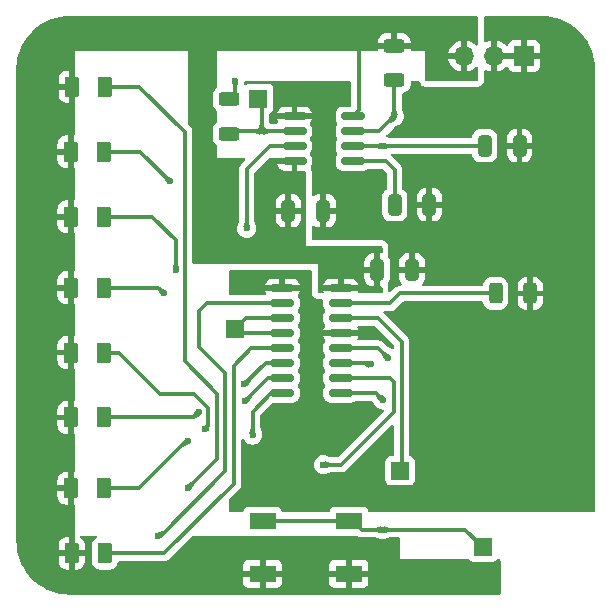
<source format=gtl>
G04 #@! TF.GenerationSoftware,KiCad,Pcbnew,8.0.4*
G04 #@! TF.CreationDate,2025-01-10T10:23:46-05:00*
G04 #@! TF.ProjectId,555 Blink-a-tron SMD,35353520-426c-4696-9e6b-2d612d74726f,rev?*
G04 #@! TF.SameCoordinates,Original*
G04 #@! TF.FileFunction,Copper,L1,Top*
G04 #@! TF.FilePolarity,Positive*
%FSLAX46Y46*%
G04 Gerber Fmt 4.6, Leading zero omitted, Abs format (unit mm)*
G04 Created by KiCad (PCBNEW 8.0.4) date 2025-01-10 10:23:46*
%MOMM*%
%LPD*%
G01*
G04 APERTURE LIST*
G04 Aperture macros list*
%AMRoundRect*
0 Rectangle with rounded corners*
0 $1 Rounding radius*
0 $2 $3 $4 $5 $6 $7 $8 $9 X,Y pos of 4 corners*
0 Add a 4 corners polygon primitive as box body*
4,1,4,$2,$3,$4,$5,$6,$7,$8,$9,$2,$3,0*
0 Add four circle primitives for the rounded corners*
1,1,$1+$1,$2,$3*
1,1,$1+$1,$4,$5*
1,1,$1+$1,$6,$7*
1,1,$1+$1,$8,$9*
0 Add four rect primitives between the rounded corners*
20,1,$1+$1,$2,$3,$4,$5,0*
20,1,$1+$1,$4,$5,$6,$7,0*
20,1,$1+$1,$6,$7,$8,$9,0*
20,1,$1+$1,$8,$9,$2,$3,0*%
G04 Aperture macros list end*
G04 #@! TA.AperFunction,ComponentPad*
%ADD10R,1.500000X1.500000*%
G04 #@! TD*
G04 #@! TA.AperFunction,SMDPad,CuDef*
%ADD11RoundRect,0.250000X0.375000X0.625000X-0.375000X0.625000X-0.375000X-0.625000X0.375000X-0.625000X0*%
G04 #@! TD*
G04 #@! TA.AperFunction,SMDPad,CuDef*
%ADD12RoundRect,0.150000X-0.825000X-0.150000X0.825000X-0.150000X0.825000X0.150000X-0.825000X0.150000X0*%
G04 #@! TD*
G04 #@! TA.AperFunction,SMDPad,CuDef*
%ADD13RoundRect,0.250000X-0.325000X-0.650000X0.325000X-0.650000X0.325000X0.650000X-0.325000X0.650000X0*%
G04 #@! TD*
G04 #@! TA.AperFunction,SMDPad,CuDef*
%ADD14RoundRect,0.250000X0.312500X0.625000X-0.312500X0.625000X-0.312500X-0.625000X0.312500X-0.625000X0*%
G04 #@! TD*
G04 #@! TA.AperFunction,SMDPad,CuDef*
%ADD15RoundRect,0.250000X0.625000X-0.312500X0.625000X0.312500X-0.625000X0.312500X-0.625000X-0.312500X0*%
G04 #@! TD*
G04 #@! TA.AperFunction,SMDPad,CuDef*
%ADD16R,2.300000X1.400000*%
G04 #@! TD*
G04 #@! TA.AperFunction,ComponentPad*
%ADD17R,1.700000X1.700000*%
G04 #@! TD*
G04 #@! TA.AperFunction,ComponentPad*
%ADD18O,1.700000X1.700000*%
G04 #@! TD*
G04 #@! TA.AperFunction,ViaPad*
%ADD19C,0.600000*%
G04 #@! TD*
G04 #@! TA.AperFunction,Conductor*
%ADD20C,0.304800*%
G04 #@! TD*
G04 APERTURE END LIST*
D10*
X140000000Y-95500000D03*
D11*
X107900000Y-84500000D03*
X105100000Y-84500000D03*
D12*
X123025000Y-73555000D03*
X123025000Y-74825000D03*
X123025000Y-76095000D03*
X123025000Y-77365000D03*
X123025000Y-78635000D03*
X123025000Y-79905000D03*
X123025000Y-81175000D03*
X123025000Y-82445000D03*
X127975000Y-82445000D03*
X127975000Y-81175000D03*
X127975000Y-79905000D03*
X127975000Y-78635000D03*
X127975000Y-77365000D03*
X127975000Y-76095000D03*
X127975000Y-74825000D03*
X127975000Y-73555000D03*
D13*
X123525000Y-67000000D03*
X126475000Y-67000000D03*
D11*
X107900000Y-73500000D03*
X105100000Y-73500000D03*
D12*
X124050000Y-59000000D03*
X124050000Y-60270000D03*
X124050000Y-61540000D03*
X124050000Y-62810000D03*
X129000000Y-62810000D03*
X129000000Y-61540000D03*
X129000000Y-60270000D03*
X129000000Y-59000000D03*
D14*
X144000000Y-74000000D03*
X141075000Y-74000000D03*
D11*
X107900000Y-90500000D03*
X105100000Y-90500000D03*
X107900000Y-62000000D03*
X105100000Y-62000000D03*
D10*
X119000000Y-77000000D03*
X121000000Y-57500000D03*
D15*
X132500000Y-55962500D03*
X132500000Y-53037500D03*
D11*
X107900000Y-67500000D03*
X105100000Y-67500000D03*
D10*
X133000000Y-89000000D03*
D16*
X128650000Y-97750000D03*
X121350000Y-97750000D03*
X128650000Y-93250000D03*
X121350000Y-93250000D03*
D13*
X131050000Y-72000000D03*
X134000000Y-72000000D03*
D11*
X108000000Y-96000000D03*
X105200000Y-96000000D03*
X107900000Y-79000000D03*
X105100000Y-79000000D03*
D15*
X118500000Y-60462500D03*
X118500000Y-57537500D03*
D13*
X140150000Y-61500000D03*
X143100000Y-61500000D03*
X132525000Y-66500000D03*
X135475000Y-66500000D03*
D17*
X143480000Y-53900000D03*
D18*
X140940000Y-53900000D03*
X138400000Y-53900000D03*
D11*
X108000000Y-56500000D03*
X105200000Y-56500000D03*
D19*
X128500000Y-51500000D03*
X121000000Y-53000000D03*
X113500000Y-51500000D03*
X123500000Y-51500000D03*
X116000000Y-53000000D03*
X126000000Y-53000000D03*
X118500000Y-51500000D03*
X146500000Y-89000000D03*
X148000000Y-67500000D03*
X133500000Y-91000000D03*
X143500000Y-89000000D03*
X132000000Y-92000000D03*
X145000000Y-89000000D03*
X143500000Y-90500000D03*
X132000000Y-91000000D03*
X119000000Y-72500000D03*
X145000000Y-90500000D03*
X119000000Y-73500000D03*
X146500000Y-90500000D03*
X128500000Y-67000000D03*
X133500000Y-92000000D03*
X131500000Y-61500000D03*
X121270000Y-60270000D03*
X119800000Y-81700000D03*
X115000000Y-86500000D03*
X116000000Y-84000000D03*
X119900000Y-83100000D03*
X116500000Y-85500000D03*
X120500000Y-86000000D03*
X113000000Y-74000000D03*
X131500000Y-83000000D03*
X126500000Y-88500000D03*
X114000000Y-72000000D03*
X113500000Y-64500000D03*
X130500000Y-80000000D03*
X115000000Y-90500000D03*
X132000000Y-79500000D03*
X131500000Y-94000000D03*
X112500000Y-94500000D03*
X119000000Y-56000000D03*
X132500000Y-59000000D03*
X120000000Y-68500000D03*
D20*
X138500000Y-94000000D02*
X140000000Y-95500000D01*
X131500000Y-94000000D02*
X138500000Y-94000000D01*
X129500000Y-58500000D02*
X129000000Y-59000000D01*
X128500000Y-51500000D02*
X129500000Y-52500000D01*
X129500000Y-52500000D02*
X129500000Y-58500000D01*
X131500000Y-61500000D02*
X140000000Y-61500000D01*
X128500000Y-61500000D02*
X131500000Y-61500000D01*
X128460000Y-61540000D02*
X128500000Y-61500000D01*
X121270000Y-60270000D02*
X119192500Y-60270000D01*
X121270000Y-60270000D02*
X121270000Y-57730000D01*
X118500000Y-60462500D02*
X118692500Y-60270000D01*
X119192500Y-60270000D02*
X119000000Y-60462500D01*
X121270000Y-60270000D02*
X124050000Y-60270000D01*
X121270000Y-57730000D02*
X121500000Y-57500000D01*
X110900000Y-90500000D02*
X108300000Y-90500000D01*
X121595000Y-79905000D02*
X123025000Y-79905000D01*
X119800000Y-81700000D02*
X121595000Y-79905000D01*
X114900000Y-86500000D02*
X110900000Y-90500000D01*
X115000000Y-86500000D02*
X114900000Y-86500000D01*
X115500000Y-84500000D02*
X108300000Y-84500000D01*
X116000000Y-84000000D02*
X115500000Y-84500000D01*
X119900000Y-83100000D02*
X121825000Y-81175000D01*
X121825000Y-81175000D02*
X123025000Y-81175000D01*
X120500000Y-83995001D02*
X122050001Y-82445000D01*
X120500000Y-86000000D02*
X120500000Y-83995001D01*
X109200000Y-79000000D02*
X108400000Y-79000000D01*
X122050001Y-82445000D02*
X123025000Y-82445000D01*
X115570843Y-82500000D02*
X112700000Y-82500000D01*
X116500000Y-85500000D02*
X116757200Y-85242800D01*
X116757200Y-85242800D02*
X116757200Y-83686357D01*
X112700000Y-82500000D02*
X109200000Y-79000000D01*
X116757200Y-83686357D02*
X115570843Y-82500000D01*
X112500000Y-73500000D02*
X113000000Y-74000000D01*
X127975000Y-82445000D02*
X130945000Y-82445000D01*
X108400000Y-73500000D02*
X112500000Y-73500000D01*
X130945000Y-82445000D02*
X131500000Y-83000000D01*
X132500000Y-84000000D02*
X132500000Y-81500000D01*
X112000000Y-67500000D02*
X114000000Y-69500000D01*
X132500000Y-81500000D02*
X132175000Y-81175000D01*
X132175000Y-81175000D02*
X127975000Y-81175000D01*
X114000000Y-69500000D02*
X114000000Y-72000000D01*
X128000000Y-88500000D02*
X132500000Y-84000000D01*
X108400000Y-67500000D02*
X112000000Y-67500000D01*
X126500000Y-88500000D02*
X128000000Y-88500000D01*
X127975000Y-79905000D02*
X130405000Y-79905000D01*
X130405000Y-79905000D02*
X130500000Y-80000000D01*
X108500000Y-62000000D02*
X108400000Y-62000000D01*
X111000000Y-62000000D02*
X108300000Y-62000000D01*
X113500000Y-64500000D02*
X111000000Y-62000000D01*
X114757200Y-79757200D02*
X114757200Y-60357200D01*
X127975000Y-78635000D02*
X131135000Y-78635000D01*
X110900000Y-56500000D02*
X108300000Y-56500000D01*
X131135000Y-78635000D02*
X132000000Y-79500000D01*
X115000000Y-90500000D02*
X117500000Y-88000000D01*
X114757200Y-60357200D02*
X110900000Y-56500000D01*
X117500000Y-82500000D02*
X114757200Y-79757200D01*
X117500000Y-88000000D02*
X117500000Y-82500000D01*
X116000000Y-78500000D02*
X116000000Y-75500000D01*
X129000000Y-93250000D02*
X121000000Y-93250000D01*
X129750000Y-94000000D02*
X129000000Y-93250000D01*
X118200000Y-89050000D02*
X118200000Y-80700000D01*
X131500000Y-94000000D02*
X129750000Y-94000000D01*
X116675000Y-74825000D02*
X123025000Y-74825000D01*
X116000000Y-75500000D02*
X116675000Y-74825000D01*
X118200000Y-80700000D02*
X116000000Y-78500000D01*
X112500000Y-94500000D02*
X112750000Y-94500000D01*
X112750000Y-94500000D02*
X118200000Y-89050000D01*
X131810000Y-62810000D02*
X129000000Y-62810000D01*
X132525000Y-63525000D02*
X131810000Y-62810000D01*
X132525000Y-66500000D02*
X132525000Y-63525000D01*
X113000000Y-96000000D02*
X108400000Y-96000000D01*
X118900000Y-80100000D02*
X118900000Y-90100000D01*
X120365000Y-78635000D02*
X118900000Y-80100000D01*
X123025000Y-78635000D02*
X120365000Y-78635000D01*
X118900000Y-90100000D02*
X113000000Y-96000000D01*
X119000000Y-57037500D02*
X119000000Y-56000000D01*
X132500000Y-59000000D02*
X132500000Y-55962500D01*
X118500000Y-57537500D02*
X119000000Y-57037500D01*
X131230000Y-60270000D02*
X132500000Y-59000000D01*
X129000000Y-60270000D02*
X131230000Y-60270000D01*
X133000000Y-74000000D02*
X141075000Y-74000000D01*
X127975000Y-74825000D02*
X132175000Y-74825000D01*
X132175000Y-74825000D02*
X133000000Y-74000000D01*
X133109600Y-78109600D02*
X133109600Y-88890400D01*
X133109600Y-88890400D02*
X133000000Y-89000000D01*
X131095000Y-76095000D02*
X133109600Y-78109600D01*
X127975000Y-76095000D02*
X131095000Y-76095000D01*
X119905000Y-76095000D02*
X119000000Y-77000000D01*
X121960000Y-61540000D02*
X124050000Y-61540000D01*
X120000000Y-63500000D02*
X121960000Y-61540000D01*
X120000000Y-68500000D02*
X120000000Y-63500000D01*
X123025000Y-76095000D02*
X119905000Y-76095000D01*
X119365000Y-77365000D02*
X123025000Y-77365000D01*
X119000000Y-77000000D02*
X119365000Y-77365000D01*
G04 #@! TA.AperFunction,Conductor*
G36*
X139543039Y-50520185D02*
G01*
X139588794Y-50572989D01*
X139600000Y-50624500D01*
X139600000Y-52891450D01*
X139580315Y-52958489D01*
X139527511Y-53004244D01*
X139458353Y-53014188D01*
X139394797Y-52985163D01*
X139388319Y-52979131D01*
X139271082Y-52861894D01*
X139077578Y-52726399D01*
X138863492Y-52626570D01*
X138863486Y-52626567D01*
X138650000Y-52569364D01*
X138650000Y-53466988D01*
X138592993Y-53434075D01*
X138465826Y-53400000D01*
X138334174Y-53400000D01*
X138207007Y-53434075D01*
X138150000Y-53466988D01*
X138150000Y-52569364D01*
X138149999Y-52569364D01*
X137936513Y-52626567D01*
X137936507Y-52626570D01*
X137722422Y-52726399D01*
X137722420Y-52726400D01*
X137528926Y-52861886D01*
X137528920Y-52861891D01*
X137361891Y-53028920D01*
X137361886Y-53028926D01*
X137226400Y-53222420D01*
X137226399Y-53222422D01*
X137126570Y-53436507D01*
X137126567Y-53436513D01*
X137069364Y-53649999D01*
X137069364Y-53650000D01*
X137966988Y-53650000D01*
X137934075Y-53707007D01*
X137900000Y-53834174D01*
X137900000Y-53965826D01*
X137934075Y-54092993D01*
X137966988Y-54150000D01*
X137069364Y-54150000D01*
X137126567Y-54363486D01*
X137126570Y-54363492D01*
X137226399Y-54577578D01*
X137361894Y-54771082D01*
X137528917Y-54938105D01*
X137722421Y-55073600D01*
X137936507Y-55173429D01*
X137936516Y-55173433D01*
X138150000Y-55230634D01*
X138150000Y-54333012D01*
X138207007Y-54365925D01*
X138334174Y-54400000D01*
X138465826Y-54400000D01*
X138592993Y-54365925D01*
X138650000Y-54333012D01*
X138650000Y-55230633D01*
X138863483Y-55173433D01*
X138863492Y-55173429D01*
X139077578Y-55073600D01*
X139271082Y-54938105D01*
X139388319Y-54820869D01*
X139449642Y-54787384D01*
X139519334Y-54792368D01*
X139575267Y-54834240D01*
X139599684Y-54899704D01*
X139600000Y-54908550D01*
X139600000Y-55876000D01*
X139580315Y-55943039D01*
X139527511Y-55988794D01*
X139476000Y-56000000D01*
X135224000Y-56000000D01*
X135156961Y-55980315D01*
X135111206Y-55927511D01*
X135100000Y-55876000D01*
X135100000Y-53500000D01*
X133999000Y-53500000D01*
X133931961Y-53480315D01*
X133886206Y-53427511D01*
X133875000Y-53376000D01*
X133875000Y-53287500D01*
X131125001Y-53287500D01*
X131125001Y-53376000D01*
X131105316Y-53443039D01*
X131052512Y-53488794D01*
X131001001Y-53500000D01*
X117500000Y-53500000D01*
X117500000Y-52675013D01*
X131125000Y-52675013D01*
X131125000Y-52787500D01*
X132250000Y-52787500D01*
X132750000Y-52787500D01*
X133874999Y-52787500D01*
X133874999Y-52675028D01*
X133874998Y-52675013D01*
X133864505Y-52572302D01*
X133809358Y-52405880D01*
X133809356Y-52405875D01*
X133717315Y-52256654D01*
X133593345Y-52132684D01*
X133444124Y-52040643D01*
X133444119Y-52040641D01*
X133277697Y-51985494D01*
X133277690Y-51985493D01*
X133174986Y-51975000D01*
X132750000Y-51975000D01*
X132750000Y-52787500D01*
X132250000Y-52787500D01*
X132250000Y-51975000D01*
X131825028Y-51975000D01*
X131825012Y-51975001D01*
X131722302Y-51985494D01*
X131555880Y-52040641D01*
X131555875Y-52040643D01*
X131406654Y-52132684D01*
X131282684Y-52256654D01*
X131190643Y-52405875D01*
X131190641Y-52405880D01*
X131135494Y-52572302D01*
X131135493Y-52572309D01*
X131125000Y-52675013D01*
X117500000Y-52675013D01*
X117500000Y-51500000D01*
X115000000Y-51500000D01*
X115000000Y-53500000D01*
X105500000Y-53500000D01*
X105500000Y-55023638D01*
X105480315Y-55090677D01*
X105463681Y-55111319D01*
X105450000Y-55125000D01*
X105450000Y-57874999D01*
X105463681Y-57888680D01*
X105497166Y-57950003D01*
X105500000Y-57976361D01*
X105500000Y-60501000D01*
X105480315Y-60568039D01*
X105427511Y-60613794D01*
X105376000Y-60625000D01*
X105350000Y-60625000D01*
X105350000Y-63374999D01*
X105376000Y-63374999D01*
X105443039Y-63394684D01*
X105488794Y-63447488D01*
X105500000Y-63498999D01*
X105500000Y-66001000D01*
X105480315Y-66068039D01*
X105427511Y-66113794D01*
X105376000Y-66125000D01*
X105350000Y-66125000D01*
X105350000Y-68874999D01*
X105376000Y-68874999D01*
X105443039Y-68894684D01*
X105488794Y-68947488D01*
X105500000Y-68998999D01*
X105500000Y-72001000D01*
X105480315Y-72068039D01*
X105427511Y-72113794D01*
X105376000Y-72125000D01*
X105350000Y-72125000D01*
X105350000Y-74874999D01*
X105376000Y-74874999D01*
X105443039Y-74894684D01*
X105488794Y-74947488D01*
X105500000Y-74998999D01*
X105500000Y-77501000D01*
X105480315Y-77568039D01*
X105427511Y-77613794D01*
X105376000Y-77625000D01*
X105350000Y-77625000D01*
X105350000Y-80374999D01*
X105376000Y-80374999D01*
X105443039Y-80394684D01*
X105488794Y-80447488D01*
X105500000Y-80498999D01*
X105500000Y-83001000D01*
X105480315Y-83068039D01*
X105427511Y-83113794D01*
X105376000Y-83125000D01*
X105350000Y-83125000D01*
X105350000Y-85874999D01*
X105376000Y-85874999D01*
X105443039Y-85894684D01*
X105488794Y-85947488D01*
X105500000Y-85998999D01*
X105500000Y-89001000D01*
X105480315Y-89068039D01*
X105427511Y-89113794D01*
X105376000Y-89125000D01*
X105350000Y-89125000D01*
X105350000Y-91874999D01*
X105376000Y-91874999D01*
X105443039Y-91894684D01*
X105488794Y-91947488D01*
X105500000Y-91998999D01*
X105500000Y-94523638D01*
X105480315Y-94590677D01*
X105463681Y-94611319D01*
X105450000Y-94625000D01*
X105450000Y-95750000D01*
X106324999Y-95750000D01*
X106324999Y-95325028D01*
X106324998Y-95325013D01*
X106314505Y-95222302D01*
X106259358Y-95055880D01*
X106259356Y-95055875D01*
X106167315Y-94906654D01*
X106043345Y-94782684D01*
X105957183Y-94729539D01*
X105910459Y-94677591D01*
X105899236Y-94608628D01*
X105927080Y-94544546D01*
X105985148Y-94505690D01*
X106022280Y-94500000D01*
X107176768Y-94500000D01*
X107243807Y-94519685D01*
X107289562Y-94572489D01*
X107299506Y-94641647D01*
X107270481Y-94705203D01*
X107241866Y-94729537D01*
X107185653Y-94764210D01*
X107156342Y-94782289D01*
X107032289Y-94906342D01*
X106940187Y-95055663D01*
X106940185Y-95055668D01*
X106940115Y-95055880D01*
X106885001Y-95222203D01*
X106885001Y-95222204D01*
X106885000Y-95222204D01*
X106874500Y-95324983D01*
X106874500Y-96675001D01*
X106874501Y-96675018D01*
X106885000Y-96777796D01*
X106885001Y-96777799D01*
X106939618Y-96942620D01*
X106940186Y-96944334D01*
X107032288Y-97093656D01*
X107156344Y-97217712D01*
X107305666Y-97309814D01*
X107472203Y-97364999D01*
X107574991Y-97375500D01*
X108425008Y-97375499D01*
X108425016Y-97375498D01*
X108425019Y-97375498D01*
X108481302Y-97369748D01*
X108527797Y-97364999D01*
X108694334Y-97309814D01*
X108843656Y-97217712D01*
X108967712Y-97093656D01*
X109024150Y-97002155D01*
X119700000Y-97002155D01*
X119700000Y-97500000D01*
X121100000Y-97500000D01*
X121600000Y-97500000D01*
X123000000Y-97500000D01*
X123000000Y-97002172D01*
X122999999Y-97002155D01*
X127000000Y-97002155D01*
X127000000Y-97500000D01*
X128400000Y-97500000D01*
X128900000Y-97500000D01*
X130300000Y-97500000D01*
X130300000Y-97002172D01*
X130299999Y-97002155D01*
X130293598Y-96942627D01*
X130293596Y-96942620D01*
X130243354Y-96807913D01*
X130243350Y-96807906D01*
X130157190Y-96692812D01*
X130157187Y-96692809D01*
X130042093Y-96606649D01*
X130042086Y-96606645D01*
X129907379Y-96556403D01*
X129907372Y-96556401D01*
X129847844Y-96550000D01*
X128900000Y-96550000D01*
X128900000Y-97500000D01*
X128400000Y-97500000D01*
X128400000Y-96550000D01*
X127452155Y-96550000D01*
X127392627Y-96556401D01*
X127392620Y-96556403D01*
X127257913Y-96606645D01*
X127257906Y-96606649D01*
X127142812Y-96692809D01*
X127142809Y-96692812D01*
X127056649Y-96807906D01*
X127056645Y-96807913D01*
X127006403Y-96942620D01*
X127006401Y-96942627D01*
X127000000Y-97002155D01*
X122999999Y-97002155D01*
X122993598Y-96942627D01*
X122993596Y-96942620D01*
X122943354Y-96807913D01*
X122943350Y-96807906D01*
X122857190Y-96692812D01*
X122857187Y-96692809D01*
X122742093Y-96606649D01*
X122742086Y-96606645D01*
X122607379Y-96556403D01*
X122607372Y-96556401D01*
X122547844Y-96550000D01*
X121600000Y-96550000D01*
X121600000Y-97500000D01*
X121100000Y-97500000D01*
X121100000Y-96550000D01*
X120152155Y-96550000D01*
X120092627Y-96556401D01*
X120092620Y-96556403D01*
X119957913Y-96606645D01*
X119957906Y-96606649D01*
X119842812Y-96692809D01*
X119842809Y-96692812D01*
X119756649Y-96807906D01*
X119756645Y-96807913D01*
X119706403Y-96942620D01*
X119706401Y-96942627D01*
X119700000Y-97002155D01*
X109024150Y-97002155D01*
X109059814Y-96944334D01*
X109114999Y-96777797D01*
X109116378Y-96764297D01*
X109142774Y-96699606D01*
X109199954Y-96659455D01*
X109239736Y-96652900D01*
X113064307Y-96652900D01*
X113149165Y-96636019D01*
X113190444Y-96627809D01*
X113309264Y-96578592D01*
X113318398Y-96572489D01*
X113323468Y-96569102D01*
X113397426Y-96519685D01*
X113416200Y-96507141D01*
X115387022Y-94536319D01*
X115448345Y-94502834D01*
X115474703Y-94500000D01*
X129285500Y-94500000D01*
X129352539Y-94519685D01*
X129354387Y-94520896D01*
X129405717Y-94555193D01*
X129405718Y-94555194D01*
X129440727Y-94578587D01*
X129440735Y-94578591D01*
X129440736Y-94578592D01*
X129559556Y-94627809D01*
X129559560Y-94627809D01*
X129559561Y-94627810D01*
X129685692Y-94652900D01*
X129685695Y-94652900D01*
X130800918Y-94652900D01*
X130831798Y-94656806D01*
X131249498Y-94764215D01*
X131266717Y-94768323D01*
X131266719Y-94768323D01*
X131271559Y-94769478D01*
X131271510Y-94769682D01*
X131286990Y-94773556D01*
X131320745Y-94785368D01*
X131320752Y-94785369D01*
X131499996Y-94805565D01*
X131500000Y-94805565D01*
X131500004Y-94805565D01*
X131679248Y-94785369D01*
X131679248Y-94785368D01*
X131679255Y-94785368D01*
X131721425Y-94770611D01*
X131746133Y-94765017D01*
X131746133Y-94765012D01*
X131746256Y-94764989D01*
X131748908Y-94764389D01*
X131750501Y-94764215D01*
X132168201Y-94656806D01*
X132199082Y-94652900D01*
X132876000Y-94652900D01*
X132943039Y-94672585D01*
X132988794Y-94725389D01*
X133000000Y-94776900D01*
X133000000Y-96500000D01*
X138749876Y-96500000D01*
X138816915Y-96519685D01*
X138849140Y-96549686D01*
X138892454Y-96607546D01*
X138914434Y-96624000D01*
X139007664Y-96693793D01*
X139007671Y-96693797D01*
X139142517Y-96744091D01*
X139142516Y-96744091D01*
X139149444Y-96744835D01*
X139202127Y-96750500D01*
X140797872Y-96750499D01*
X140857483Y-96744091D01*
X140992331Y-96693796D01*
X141107546Y-96607546D01*
X141150858Y-96549687D01*
X141206791Y-96507818D01*
X141250124Y-96500000D01*
X141376000Y-96500000D01*
X141443039Y-96519685D01*
X141488794Y-96572489D01*
X141500000Y-96624000D01*
X141500000Y-99375500D01*
X141480315Y-99442539D01*
X141427511Y-99488294D01*
X141376000Y-99499500D01*
X105006404Y-99499500D01*
X105000171Y-99499343D01*
X104982457Y-99498451D01*
X104617294Y-99480071D01*
X104606621Y-99479070D01*
X104228818Y-99427071D01*
X104218271Y-99425151D01*
X103846384Y-99340717D01*
X103836041Y-99337894D01*
X103472825Y-99221650D01*
X103462766Y-99217944D01*
X103110955Y-99070765D01*
X103101253Y-99066204D01*
X102763468Y-98889185D01*
X102754196Y-98883803D01*
X102432959Y-98678267D01*
X102424187Y-98672104D01*
X102197638Y-98497844D01*
X119700000Y-98497844D01*
X119706401Y-98557372D01*
X119706403Y-98557379D01*
X119756645Y-98692086D01*
X119756649Y-98692093D01*
X119842809Y-98807187D01*
X119842812Y-98807190D01*
X119957906Y-98893350D01*
X119957913Y-98893354D01*
X120092620Y-98943596D01*
X120092627Y-98943598D01*
X120152155Y-98949999D01*
X120152172Y-98950000D01*
X121100000Y-98950000D01*
X121600000Y-98950000D01*
X122547828Y-98950000D01*
X122547844Y-98949999D01*
X122607372Y-98943598D01*
X122607379Y-98943596D01*
X122742086Y-98893354D01*
X122742093Y-98893350D01*
X122857187Y-98807190D01*
X122857190Y-98807187D01*
X122943350Y-98692093D01*
X122943354Y-98692086D01*
X122993596Y-98557379D01*
X122993598Y-98557372D01*
X122999999Y-98497844D01*
X127000000Y-98497844D01*
X127006401Y-98557372D01*
X127006403Y-98557379D01*
X127056645Y-98692086D01*
X127056649Y-98692093D01*
X127142809Y-98807187D01*
X127142812Y-98807190D01*
X127257906Y-98893350D01*
X127257913Y-98893354D01*
X127392620Y-98943596D01*
X127392627Y-98943598D01*
X127452155Y-98949999D01*
X127452172Y-98950000D01*
X128400000Y-98950000D01*
X128900000Y-98950000D01*
X129847828Y-98950000D01*
X129847844Y-98949999D01*
X129907372Y-98943598D01*
X129907379Y-98943596D01*
X130042086Y-98893354D01*
X130042093Y-98893350D01*
X130157187Y-98807190D01*
X130157190Y-98807187D01*
X130243350Y-98692093D01*
X130243354Y-98692086D01*
X130293596Y-98557379D01*
X130293598Y-98557372D01*
X130299999Y-98497844D01*
X130300000Y-98497827D01*
X130300000Y-98000000D01*
X128900000Y-98000000D01*
X128900000Y-98950000D01*
X128400000Y-98950000D01*
X128400000Y-98000000D01*
X127000000Y-98000000D01*
X127000000Y-98497844D01*
X122999999Y-98497844D01*
X123000000Y-98497827D01*
X123000000Y-98000000D01*
X121600000Y-98000000D01*
X121600000Y-98950000D01*
X121100000Y-98950000D01*
X121100000Y-98000000D01*
X119700000Y-98000000D01*
X119700000Y-98497844D01*
X102197638Y-98497844D01*
X102121912Y-98439596D01*
X102113705Y-98432699D01*
X101832636Y-98174944D01*
X101825055Y-98167363D01*
X101567297Y-97886290D01*
X101560403Y-97878087D01*
X101327895Y-97575812D01*
X101321732Y-97567040D01*
X101198858Y-97374998D01*
X101116195Y-97245801D01*
X101110814Y-97236531D01*
X100987996Y-97002172D01*
X100933792Y-96898740D01*
X100929234Y-96889044D01*
X100882693Y-96777795D01*
X100839683Y-96674986D01*
X104075001Y-96674986D01*
X104085494Y-96777697D01*
X104140641Y-96944119D01*
X104140643Y-96944124D01*
X104232684Y-97093345D01*
X104356654Y-97217315D01*
X104505875Y-97309356D01*
X104505880Y-97309358D01*
X104672302Y-97364505D01*
X104672309Y-97364506D01*
X104775019Y-97374999D01*
X104949999Y-97374999D01*
X105450000Y-97374999D01*
X105624972Y-97374999D01*
X105624986Y-97374998D01*
X105727697Y-97364505D01*
X105894119Y-97309358D01*
X105894124Y-97309356D01*
X106043345Y-97217315D01*
X106167315Y-97093345D01*
X106259356Y-96944124D01*
X106259358Y-96944119D01*
X106314505Y-96777697D01*
X106314506Y-96777690D01*
X106324999Y-96674986D01*
X106325000Y-96674973D01*
X106325000Y-96250000D01*
X105450000Y-96250000D01*
X105450000Y-97374999D01*
X104949999Y-97374999D01*
X104950000Y-97374998D01*
X104950000Y-96250000D01*
X104075001Y-96250000D01*
X104075001Y-96674986D01*
X100839683Y-96674986D01*
X100782055Y-96537233D01*
X100778349Y-96527174D01*
X100662105Y-96163958D01*
X100659282Y-96153615D01*
X100574848Y-95781728D01*
X100572928Y-95771181D01*
X100520929Y-95393378D01*
X100519928Y-95382704D01*
X100517024Y-95325013D01*
X104075000Y-95325013D01*
X104075000Y-95750000D01*
X104950000Y-95750000D01*
X104950000Y-94625000D01*
X104775029Y-94625000D01*
X104775012Y-94625001D01*
X104672302Y-94635494D01*
X104505880Y-94690641D01*
X104505875Y-94690643D01*
X104356654Y-94782684D01*
X104232684Y-94906654D01*
X104140643Y-95055875D01*
X104140641Y-95055880D01*
X104085494Y-95222302D01*
X104085493Y-95222309D01*
X104075000Y-95325013D01*
X100517024Y-95325013D01*
X100516045Y-95305565D01*
X100500657Y-94999829D01*
X100500500Y-94993596D01*
X100500500Y-91174986D01*
X103975001Y-91174986D01*
X103985494Y-91277697D01*
X104040641Y-91444119D01*
X104040643Y-91444124D01*
X104132684Y-91593345D01*
X104256654Y-91717315D01*
X104405875Y-91809356D01*
X104405880Y-91809358D01*
X104572302Y-91864505D01*
X104572309Y-91864506D01*
X104675019Y-91874999D01*
X104849999Y-91874999D01*
X104850000Y-91874998D01*
X104850000Y-90750000D01*
X103975001Y-90750000D01*
X103975001Y-91174986D01*
X100500500Y-91174986D01*
X100500500Y-89825013D01*
X103975000Y-89825013D01*
X103975000Y-90250000D01*
X104850000Y-90250000D01*
X104850000Y-89125000D01*
X104675029Y-89125000D01*
X104675012Y-89125001D01*
X104572302Y-89135494D01*
X104405880Y-89190641D01*
X104405875Y-89190643D01*
X104256654Y-89282684D01*
X104132684Y-89406654D01*
X104040643Y-89555875D01*
X104040641Y-89555880D01*
X103985494Y-89722302D01*
X103985493Y-89722309D01*
X103975000Y-89825013D01*
X100500500Y-89825013D01*
X100500500Y-85174986D01*
X103975001Y-85174986D01*
X103985494Y-85277697D01*
X104040641Y-85444119D01*
X104040643Y-85444124D01*
X104132684Y-85593345D01*
X104256654Y-85717315D01*
X104405875Y-85809356D01*
X104405880Y-85809358D01*
X104572302Y-85864505D01*
X104572309Y-85864506D01*
X104675019Y-85874999D01*
X104849999Y-85874999D01*
X104850000Y-85874998D01*
X104850000Y-84750000D01*
X103975001Y-84750000D01*
X103975001Y-85174986D01*
X100500500Y-85174986D01*
X100500500Y-83825013D01*
X103975000Y-83825013D01*
X103975000Y-84250000D01*
X104850000Y-84250000D01*
X104850000Y-83125000D01*
X104675029Y-83125000D01*
X104675012Y-83125001D01*
X104572302Y-83135494D01*
X104405880Y-83190641D01*
X104405875Y-83190643D01*
X104256654Y-83282684D01*
X104132684Y-83406654D01*
X104040643Y-83555875D01*
X104040641Y-83555880D01*
X103985494Y-83722302D01*
X103985493Y-83722309D01*
X103975000Y-83825013D01*
X100500500Y-83825013D01*
X100500500Y-79674986D01*
X103975001Y-79674986D01*
X103985494Y-79777697D01*
X104040641Y-79944119D01*
X104040643Y-79944124D01*
X104132684Y-80093345D01*
X104256654Y-80217315D01*
X104405875Y-80309356D01*
X104405880Y-80309358D01*
X104572302Y-80364505D01*
X104572309Y-80364506D01*
X104675019Y-80374999D01*
X104849999Y-80374999D01*
X104850000Y-80374998D01*
X104850000Y-79250000D01*
X103975001Y-79250000D01*
X103975001Y-79674986D01*
X100500500Y-79674986D01*
X100500500Y-78325013D01*
X103975000Y-78325013D01*
X103975000Y-78750000D01*
X104850000Y-78750000D01*
X104850000Y-77625000D01*
X104675029Y-77625000D01*
X104675012Y-77625001D01*
X104572302Y-77635494D01*
X104405880Y-77690641D01*
X104405875Y-77690643D01*
X104256654Y-77782684D01*
X104132684Y-77906654D01*
X104040643Y-78055875D01*
X104040641Y-78055880D01*
X103985494Y-78222302D01*
X103985493Y-78222309D01*
X103975000Y-78325013D01*
X100500500Y-78325013D01*
X100500500Y-74174986D01*
X103975001Y-74174986D01*
X103985494Y-74277697D01*
X104040641Y-74444119D01*
X104040643Y-74444124D01*
X104132684Y-74593345D01*
X104256654Y-74717315D01*
X104405875Y-74809356D01*
X104405880Y-74809358D01*
X104572302Y-74864505D01*
X104572309Y-74864506D01*
X104675019Y-74874999D01*
X104849999Y-74874999D01*
X104850000Y-74874998D01*
X104850000Y-73750000D01*
X103975001Y-73750000D01*
X103975001Y-74174986D01*
X100500500Y-74174986D01*
X100500500Y-72825013D01*
X103975000Y-72825013D01*
X103975000Y-73250000D01*
X104850000Y-73250000D01*
X104850000Y-72125000D01*
X104675029Y-72125000D01*
X104675012Y-72125001D01*
X104572302Y-72135494D01*
X104405880Y-72190641D01*
X104405875Y-72190643D01*
X104256654Y-72282684D01*
X104132684Y-72406654D01*
X104040643Y-72555875D01*
X104040641Y-72555880D01*
X103985494Y-72722302D01*
X103985493Y-72722309D01*
X103975000Y-72825013D01*
X100500500Y-72825013D01*
X100500500Y-68174986D01*
X103975001Y-68174986D01*
X103985494Y-68277697D01*
X104040641Y-68444119D01*
X104040643Y-68444124D01*
X104132684Y-68593345D01*
X104256654Y-68717315D01*
X104405875Y-68809356D01*
X104405880Y-68809358D01*
X104572302Y-68864505D01*
X104572309Y-68864506D01*
X104675019Y-68874999D01*
X104849999Y-68874999D01*
X104850000Y-68874998D01*
X104850000Y-67750000D01*
X103975001Y-67750000D01*
X103975001Y-68174986D01*
X100500500Y-68174986D01*
X100500500Y-66825013D01*
X103975000Y-66825013D01*
X103975000Y-67250000D01*
X104850000Y-67250000D01*
X104850000Y-66125000D01*
X104675029Y-66125000D01*
X104675012Y-66125001D01*
X104572302Y-66135494D01*
X104405880Y-66190641D01*
X104405875Y-66190643D01*
X104256654Y-66282684D01*
X104132684Y-66406654D01*
X104040643Y-66555875D01*
X104040641Y-66555880D01*
X103985494Y-66722302D01*
X103985493Y-66722309D01*
X103975000Y-66825013D01*
X100500500Y-66825013D01*
X100500500Y-62674986D01*
X103975001Y-62674986D01*
X103985494Y-62777697D01*
X104040641Y-62944119D01*
X104040643Y-62944124D01*
X104132684Y-63093345D01*
X104256654Y-63217315D01*
X104405875Y-63309356D01*
X104405880Y-63309358D01*
X104572302Y-63364505D01*
X104572309Y-63364506D01*
X104675019Y-63374999D01*
X104849999Y-63374999D01*
X104850000Y-63374998D01*
X104850000Y-62250000D01*
X103975001Y-62250000D01*
X103975001Y-62674986D01*
X100500500Y-62674986D01*
X100500500Y-61325013D01*
X103975000Y-61325013D01*
X103975000Y-61750000D01*
X104850000Y-61750000D01*
X104850000Y-60625000D01*
X104675029Y-60625000D01*
X104675012Y-60625001D01*
X104572302Y-60635494D01*
X104405880Y-60690641D01*
X104405875Y-60690643D01*
X104256654Y-60782684D01*
X104132684Y-60906654D01*
X104040643Y-61055875D01*
X104040641Y-61055880D01*
X103985494Y-61222302D01*
X103985493Y-61222309D01*
X103975000Y-61325013D01*
X100500500Y-61325013D01*
X100500500Y-57174986D01*
X104075001Y-57174986D01*
X104085494Y-57277697D01*
X104140641Y-57444119D01*
X104140643Y-57444124D01*
X104232684Y-57593345D01*
X104356654Y-57717315D01*
X104505875Y-57809356D01*
X104505880Y-57809358D01*
X104672302Y-57864505D01*
X104672309Y-57864506D01*
X104775019Y-57874999D01*
X104949999Y-57874999D01*
X104950000Y-57874998D01*
X104950000Y-56750000D01*
X104075001Y-56750000D01*
X104075001Y-57174986D01*
X100500500Y-57174986D01*
X100500500Y-55825013D01*
X104075000Y-55825013D01*
X104075000Y-56250000D01*
X104950000Y-56250000D01*
X104950000Y-55125000D01*
X104775029Y-55125000D01*
X104775012Y-55125001D01*
X104672302Y-55135494D01*
X104505880Y-55190641D01*
X104505875Y-55190643D01*
X104356654Y-55282684D01*
X104232684Y-55406654D01*
X104140643Y-55555875D01*
X104140641Y-55555880D01*
X104085494Y-55722302D01*
X104085493Y-55722309D01*
X104075000Y-55825013D01*
X100500500Y-55825013D01*
X100500500Y-55002706D01*
X100500618Y-54997297D01*
X100509783Y-54787384D01*
X100517386Y-54613226D01*
X100518326Y-54602495D01*
X100568152Y-54224025D01*
X100570025Y-54213405D01*
X100652649Y-53840709D01*
X100655440Y-53830295D01*
X100770230Y-53466227D01*
X100773917Y-53456095D01*
X100920003Y-53103412D01*
X100924561Y-53093638D01*
X101100822Y-52755045D01*
X101106217Y-52745700D01*
X101311325Y-52423744D01*
X101317515Y-52414905D01*
X101549896Y-52112060D01*
X101556834Y-52103791D01*
X101814726Y-51822352D01*
X101822352Y-51814726D01*
X102103791Y-51556834D01*
X102112060Y-51549896D01*
X102414905Y-51317515D01*
X102423744Y-51311325D01*
X102745700Y-51106217D01*
X102755045Y-51100822D01*
X103093638Y-50924561D01*
X103103412Y-50920003D01*
X103456095Y-50773917D01*
X103466227Y-50770230D01*
X103830295Y-50655440D01*
X103840709Y-50652649D01*
X104213405Y-50570025D01*
X104224025Y-50568152D01*
X104602495Y-50518326D01*
X104613226Y-50517386D01*
X104997297Y-50500617D01*
X105002706Y-50500500D01*
X139476000Y-50500500D01*
X139543039Y-50520185D01*
G37*
G04 #@! TD.AperFunction*
G04 #@! TA.AperFunction,Conductor*
G36*
X145002702Y-50500617D02*
G01*
X145386771Y-50517386D01*
X145397506Y-50518326D01*
X145775971Y-50568152D01*
X145786597Y-50570025D01*
X146159284Y-50652648D01*
X146169710Y-50655442D01*
X146533765Y-50770227D01*
X146543911Y-50773920D01*
X146896578Y-50920000D01*
X146906369Y-50924566D01*
X147244942Y-51100816D01*
X147254309Y-51106223D01*
X147376615Y-51184141D01*
X147576244Y-51311318D01*
X147585105Y-51317523D01*
X147887930Y-51549889D01*
X147896217Y-51556843D01*
X148177635Y-51814715D01*
X148185284Y-51822364D01*
X148443156Y-52103782D01*
X148450110Y-52112069D01*
X148682476Y-52414894D01*
X148688681Y-52423755D01*
X148893775Y-52745689D01*
X148899183Y-52755057D01*
X149075430Y-53093623D01*
X149080002Y-53103427D01*
X149226075Y-53456078D01*
X149229775Y-53466244D01*
X149344554Y-53830278D01*
X149347354Y-53840727D01*
X149429971Y-54213389D01*
X149431849Y-54224042D01*
X149481671Y-54602473D01*
X149482614Y-54613249D01*
X149499382Y-54997297D01*
X149499500Y-55002706D01*
X149499500Y-92376000D01*
X149479815Y-92443039D01*
X149427011Y-92488794D01*
X149375500Y-92500000D01*
X130401626Y-92500000D01*
X130334587Y-92480315D01*
X130288832Y-92427511D01*
X130285444Y-92419333D01*
X130243797Y-92307671D01*
X130243793Y-92307664D01*
X130157547Y-92192455D01*
X130157544Y-92192452D01*
X130042335Y-92106206D01*
X130042328Y-92106202D01*
X129907482Y-92055908D01*
X129907483Y-92055908D01*
X129847883Y-92049501D01*
X129847881Y-92049500D01*
X129847873Y-92049500D01*
X129847864Y-92049500D01*
X127452129Y-92049500D01*
X127452123Y-92049501D01*
X127392516Y-92055908D01*
X127257671Y-92106202D01*
X127257664Y-92106206D01*
X127142455Y-92192452D01*
X127142452Y-92192455D01*
X127056206Y-92307664D01*
X127056202Y-92307671D01*
X127014556Y-92419333D01*
X126972685Y-92475267D01*
X126907221Y-92499684D01*
X126898374Y-92500000D01*
X123101626Y-92500000D01*
X123034587Y-92480315D01*
X122988832Y-92427511D01*
X122985444Y-92419333D01*
X122943797Y-92307671D01*
X122943793Y-92307664D01*
X122857547Y-92192455D01*
X122857544Y-92192452D01*
X122742335Y-92106206D01*
X122742328Y-92106202D01*
X122607482Y-92055908D01*
X122607483Y-92055908D01*
X122547883Y-92049501D01*
X122547881Y-92049500D01*
X122547873Y-92049500D01*
X122547864Y-92049500D01*
X120152129Y-92049500D01*
X120152123Y-92049501D01*
X120092516Y-92055908D01*
X119957671Y-92106202D01*
X119957664Y-92106206D01*
X119842455Y-92192452D01*
X119842452Y-92192455D01*
X119756206Y-92307664D01*
X119756202Y-92307671D01*
X119714556Y-92419333D01*
X119672685Y-92475267D01*
X119607221Y-92499684D01*
X119598374Y-92500000D01*
X118624000Y-92500000D01*
X118556961Y-92480315D01*
X118511206Y-92427511D01*
X118500000Y-92376000D01*
X118500000Y-91474703D01*
X118519685Y-91407664D01*
X118536319Y-91387022D01*
X119407137Y-90516204D01*
X119407141Y-90516200D01*
X119478592Y-90409264D01*
X119527809Y-90290444D01*
X119535754Y-90250500D01*
X119552900Y-90164305D01*
X119552900Y-86427721D01*
X119572585Y-86360682D01*
X119625389Y-86314927D01*
X119694547Y-86304983D01*
X119758103Y-86334008D01*
X119781893Y-86361747D01*
X119870184Y-86502262D01*
X119997738Y-86629816D01*
X120150478Y-86725789D01*
X120320745Y-86785368D01*
X120320750Y-86785369D01*
X120499996Y-86805565D01*
X120500000Y-86805565D01*
X120500004Y-86805565D01*
X120679249Y-86785369D01*
X120679252Y-86785368D01*
X120679255Y-86785368D01*
X120849522Y-86725789D01*
X121002262Y-86629816D01*
X121129816Y-86502262D01*
X121225789Y-86349522D01*
X121285368Y-86179255D01*
X121305565Y-86000000D01*
X121305452Y-85998999D01*
X121285369Y-85820750D01*
X121285368Y-85820748D01*
X121285368Y-85820745D01*
X121270613Y-85778580D01*
X121265017Y-85753862D01*
X121265011Y-85753864D01*
X121264984Y-85753720D01*
X121264389Y-85751089D01*
X121264215Y-85749502D01*
X121264215Y-85749499D01*
X121261128Y-85737495D01*
X121156807Y-85331797D01*
X121152900Y-85300916D01*
X121152900Y-84316803D01*
X121172585Y-84249764D01*
X121189219Y-84229122D01*
X122136522Y-83281819D01*
X122197845Y-83248334D01*
X122224203Y-83245500D01*
X123915686Y-83245500D01*
X123915694Y-83245500D01*
X123952569Y-83242598D01*
X123952571Y-83242597D01*
X123952573Y-83242597D01*
X123994191Y-83230505D01*
X124110398Y-83196744D01*
X124251865Y-83113081D01*
X124368081Y-82996865D01*
X124451744Y-82855398D01*
X124497598Y-82697569D01*
X124500500Y-82660694D01*
X124500500Y-82229306D01*
X124497598Y-82192431D01*
X124451744Y-82034602D01*
X124368081Y-81893135D01*
X124368078Y-81893132D01*
X124363298Y-81886969D01*
X124365750Y-81885066D01*
X124339155Y-81836421D01*
X124344104Y-81766726D01*
X124364940Y-81734304D01*
X124363298Y-81733031D01*
X124368075Y-81726870D01*
X124368081Y-81726865D01*
X124451744Y-81585398D01*
X124497598Y-81427569D01*
X124500500Y-81390694D01*
X124500500Y-80959306D01*
X124497598Y-80922431D01*
X124451744Y-80764602D01*
X124368081Y-80623135D01*
X124368078Y-80623132D01*
X124363298Y-80616969D01*
X124365750Y-80615066D01*
X124339155Y-80566421D01*
X124344104Y-80496726D01*
X124364940Y-80464304D01*
X124363298Y-80463031D01*
X124368075Y-80456870D01*
X124368081Y-80456865D01*
X124451744Y-80315398D01*
X124497598Y-80157569D01*
X124500500Y-80120694D01*
X124500500Y-79689306D01*
X124497598Y-79652431D01*
X124451744Y-79494602D01*
X124368081Y-79353135D01*
X124368078Y-79353132D01*
X124363298Y-79346969D01*
X124365750Y-79345066D01*
X124339155Y-79296421D01*
X124344104Y-79226726D01*
X124364940Y-79194304D01*
X124363298Y-79193031D01*
X124368075Y-79186870D01*
X124368081Y-79186865D01*
X124451744Y-79045398D01*
X124497598Y-78887569D01*
X124500500Y-78850694D01*
X124500500Y-78419306D01*
X124497598Y-78382431D01*
X124496903Y-78380040D01*
X124451745Y-78224606D01*
X124451744Y-78224603D01*
X124451744Y-78224602D01*
X124368081Y-78083135D01*
X124368078Y-78083132D01*
X124363298Y-78076969D01*
X124365750Y-78075066D01*
X124339155Y-78026421D01*
X124344104Y-77956726D01*
X124364940Y-77924304D01*
X124363298Y-77923031D01*
X124368075Y-77916870D01*
X124368081Y-77916865D01*
X124451744Y-77775398D01*
X124497598Y-77617569D01*
X124500500Y-77580694D01*
X124500500Y-77149306D01*
X124497598Y-77112431D01*
X124451744Y-76954602D01*
X124368081Y-76813135D01*
X124368078Y-76813132D01*
X124363298Y-76806969D01*
X124365750Y-76805066D01*
X124339155Y-76756421D01*
X124344104Y-76686726D01*
X124364940Y-76654304D01*
X124363298Y-76653031D01*
X124368075Y-76646870D01*
X124368081Y-76646865D01*
X124451744Y-76505398D01*
X124497598Y-76347569D01*
X124500500Y-76310694D01*
X124500500Y-75879306D01*
X124497598Y-75842431D01*
X124451744Y-75684602D01*
X124368081Y-75543135D01*
X124368078Y-75543132D01*
X124363298Y-75536969D01*
X124365750Y-75535066D01*
X124339155Y-75486421D01*
X124344104Y-75416726D01*
X124364940Y-75384304D01*
X124363298Y-75383031D01*
X124368075Y-75376870D01*
X124368081Y-75376865D01*
X124451744Y-75235398D01*
X124497598Y-75077569D01*
X124500500Y-75040694D01*
X124500500Y-74609306D01*
X124497598Y-74572431D01*
X124481126Y-74515736D01*
X124451745Y-74414606D01*
X124451744Y-74414603D01*
X124451744Y-74414602D01*
X124368081Y-74273135D01*
X124368078Y-74273132D01*
X124363298Y-74266969D01*
X124365635Y-74265155D01*
X124338798Y-74216050D01*
X124343756Y-74146356D01*
X124364554Y-74113998D01*
X124362903Y-74112717D01*
X124367686Y-74106550D01*
X124451281Y-73965198D01*
X124497100Y-73807486D01*
X124497295Y-73805001D01*
X124497295Y-73805000D01*
X121552705Y-73805000D01*
X121552704Y-73805001D01*
X121552899Y-73807486D01*
X121598718Y-73965199D01*
X121610416Y-73984978D01*
X121627600Y-74052702D01*
X121605441Y-74118965D01*
X121550975Y-74162728D01*
X121503685Y-74172100D01*
X118624000Y-74172100D01*
X118556961Y-74152415D01*
X118511206Y-74099611D01*
X118500000Y-74048100D01*
X118500000Y-73304998D01*
X121552704Y-73304998D01*
X121552705Y-73305000D01*
X122775000Y-73305000D01*
X123275000Y-73305000D01*
X124497295Y-73305000D01*
X124497295Y-73304998D01*
X124497100Y-73302513D01*
X124451281Y-73144801D01*
X124367685Y-73003447D01*
X124367678Y-73003438D01*
X124251561Y-72887321D01*
X124251552Y-72887314D01*
X124110196Y-72803717D01*
X124110193Y-72803716D01*
X123952495Y-72757900D01*
X123952489Y-72757899D01*
X123915649Y-72755000D01*
X123275000Y-72755000D01*
X123275000Y-73305000D01*
X122775000Y-73305000D01*
X122775000Y-72755000D01*
X122134350Y-72755000D01*
X122097510Y-72757899D01*
X122097504Y-72757900D01*
X121939806Y-72803716D01*
X121939803Y-72803717D01*
X121798447Y-72887314D01*
X121798438Y-72887321D01*
X121682321Y-73003438D01*
X121682314Y-73003447D01*
X121598718Y-73144801D01*
X121552899Y-73302513D01*
X121552704Y-73304998D01*
X118500000Y-73304998D01*
X118500000Y-72129500D01*
X118519685Y-72062461D01*
X118572489Y-72016706D01*
X118624000Y-72005500D01*
X125370500Y-72005500D01*
X125437539Y-72025185D01*
X125483294Y-72077989D01*
X125494500Y-72129500D01*
X125494500Y-73876000D01*
X125494501Y-73876009D01*
X125506052Y-73983450D01*
X125506054Y-73983462D01*
X125517260Y-74034972D01*
X125551383Y-74137497D01*
X125551386Y-74137503D01*
X125629171Y-74258537D01*
X125629179Y-74258548D01*
X125674923Y-74311340D01*
X125674926Y-74311343D01*
X125674930Y-74311347D01*
X125783664Y-74405567D01*
X125783667Y-74405568D01*
X125783668Y-74405569D01*
X125803449Y-74414603D01*
X125914541Y-74465338D01*
X125981580Y-74485023D01*
X125981584Y-74485024D01*
X126124000Y-74505500D01*
X126124003Y-74505500D01*
X126375500Y-74505500D01*
X126442539Y-74525185D01*
X126488294Y-74577989D01*
X126499500Y-74629500D01*
X126499500Y-75040701D01*
X126502401Y-75077567D01*
X126502402Y-75077573D01*
X126548254Y-75235393D01*
X126548255Y-75235396D01*
X126631917Y-75376862D01*
X126636702Y-75383031D01*
X126634256Y-75384927D01*
X126660857Y-75433642D01*
X126655873Y-75503334D01*
X126635069Y-75535703D01*
X126636702Y-75536969D01*
X126631917Y-75543137D01*
X126548255Y-75684603D01*
X126548254Y-75684606D01*
X126502402Y-75842426D01*
X126502401Y-75842432D01*
X126499500Y-75879298D01*
X126499500Y-76310701D01*
X126502401Y-76347567D01*
X126502402Y-76347573D01*
X126548254Y-76505393D01*
X126548255Y-76505396D01*
X126631917Y-76646862D01*
X126636702Y-76653031D01*
X126634369Y-76654840D01*
X126661210Y-76703995D01*
X126656226Y-76773687D01*
X126635470Y-76806021D01*
X126637097Y-76807283D01*
X126632313Y-76813449D01*
X126548718Y-76954801D01*
X126502899Y-77112513D01*
X126502704Y-77114998D01*
X126502705Y-77115000D01*
X129447295Y-77115000D01*
X129447295Y-77114998D01*
X129447100Y-77112513D01*
X129401281Y-76954800D01*
X129389584Y-76935022D01*
X129372400Y-76867298D01*
X129394559Y-76801035D01*
X129449025Y-76757272D01*
X129496315Y-76747900D01*
X130773197Y-76747900D01*
X130840236Y-76767585D01*
X130860878Y-76784219D01*
X132420381Y-78343721D01*
X132453866Y-78405044D01*
X132456700Y-78431402D01*
X132456700Y-78620402D01*
X132437015Y-78687441D01*
X132384211Y-78733196D01*
X132315053Y-78743140D01*
X132269618Y-78727157D01*
X131991941Y-78563075D01*
X131967342Y-78544001D01*
X131551205Y-78127863D01*
X131551204Y-78127862D01*
X131551200Y-78127859D01*
X131444264Y-78056408D01*
X131325444Y-78007191D01*
X131325438Y-78007189D01*
X131199307Y-77982100D01*
X131199305Y-77982100D01*
X129496315Y-77982100D01*
X129429276Y-77962415D01*
X129383521Y-77909611D01*
X129373577Y-77840453D01*
X129389584Y-77794978D01*
X129401281Y-77775199D01*
X129447100Y-77617486D01*
X129447295Y-77615001D01*
X129447295Y-77615000D01*
X126502705Y-77615000D01*
X126502704Y-77615001D01*
X126502899Y-77617486D01*
X126548718Y-77775198D01*
X126632314Y-77916552D01*
X126637100Y-77922722D01*
X126634640Y-77924629D01*
X126661210Y-77973288D01*
X126656226Y-78042980D01*
X126635162Y-78075781D01*
X126636699Y-78076974D01*
X126631915Y-78083140D01*
X126548255Y-78224603D01*
X126548254Y-78224606D01*
X126502402Y-78382426D01*
X126502401Y-78382432D01*
X126499500Y-78419298D01*
X126499500Y-78850701D01*
X126502401Y-78887567D01*
X126502402Y-78887573D01*
X126548254Y-79045393D01*
X126548255Y-79045396D01*
X126631917Y-79186862D01*
X126636702Y-79193031D01*
X126634256Y-79194927D01*
X126660857Y-79243642D01*
X126655873Y-79313334D01*
X126635069Y-79345703D01*
X126636702Y-79346969D01*
X126631917Y-79353137D01*
X126548255Y-79494603D01*
X126548254Y-79494606D01*
X126502402Y-79652426D01*
X126502401Y-79652432D01*
X126499500Y-79689298D01*
X126499500Y-80120701D01*
X126502401Y-80157567D01*
X126502402Y-80157573D01*
X126548254Y-80315393D01*
X126548255Y-80315396D01*
X126548256Y-80315398D01*
X126568437Y-80349522D01*
X126631917Y-80456862D01*
X126636702Y-80463031D01*
X126634256Y-80464927D01*
X126660857Y-80513642D01*
X126655873Y-80583334D01*
X126635069Y-80615703D01*
X126636702Y-80616969D01*
X126631917Y-80623137D01*
X126548255Y-80764603D01*
X126548254Y-80764606D01*
X126502402Y-80922426D01*
X126502401Y-80922432D01*
X126499500Y-80959298D01*
X126499500Y-81390701D01*
X126502401Y-81427567D01*
X126502402Y-81427573D01*
X126548254Y-81585393D01*
X126548255Y-81585396D01*
X126631917Y-81726862D01*
X126636702Y-81733031D01*
X126634256Y-81734927D01*
X126660857Y-81783642D01*
X126655873Y-81853334D01*
X126635069Y-81885703D01*
X126636702Y-81886969D01*
X126631917Y-81893137D01*
X126548255Y-82034603D01*
X126548254Y-82034606D01*
X126502402Y-82192426D01*
X126502401Y-82192432D01*
X126499500Y-82229298D01*
X126499500Y-82660701D01*
X126502401Y-82697567D01*
X126502402Y-82697573D01*
X126548254Y-82855393D01*
X126548255Y-82855396D01*
X126631917Y-82996862D01*
X126631923Y-82996870D01*
X126748129Y-83113076D01*
X126748133Y-83113079D01*
X126748135Y-83113081D01*
X126889602Y-83196744D01*
X126931224Y-83208836D01*
X127047426Y-83242597D01*
X127047429Y-83242597D01*
X127047431Y-83242598D01*
X127084306Y-83245500D01*
X127084314Y-83245500D01*
X128865686Y-83245500D01*
X128865694Y-83245500D01*
X128902569Y-83242598D01*
X128902571Y-83242597D01*
X128902573Y-83242597D01*
X128944191Y-83230505D01*
X129060398Y-83196744D01*
X129198336Y-83115167D01*
X129261457Y-83097900D01*
X130554930Y-83097900D01*
X130621969Y-83117585D01*
X130661685Y-83158818D01*
X130770818Y-83343505D01*
X130773044Y-83347665D01*
X130776073Y-83352487D01*
X130777815Y-83355346D01*
X130782501Y-83363275D01*
X130791740Y-83378304D01*
X130793118Y-83380189D01*
X130798011Y-83387401D01*
X130870183Y-83502261D01*
X130870184Y-83502262D01*
X130997738Y-83629816D01*
X131150478Y-83725789D01*
X131320745Y-83785368D01*
X131320750Y-83785369D01*
X131427254Y-83797368D01*
X131487772Y-83804187D01*
X131552186Y-83831253D01*
X131591741Y-83888848D01*
X131593879Y-83958685D01*
X131561570Y-84015088D01*
X127765878Y-87810781D01*
X127704555Y-87844266D01*
X127678197Y-87847100D01*
X127199083Y-87847100D01*
X127168202Y-87843193D01*
X126750485Y-87735780D01*
X126728432Y-87730519D01*
X126728480Y-87730316D01*
X126713013Y-87726444D01*
X126690225Y-87718470D01*
X126679250Y-87714630D01*
X126500004Y-87694435D01*
X126499996Y-87694435D01*
X126320750Y-87714630D01*
X126320745Y-87714631D01*
X126150476Y-87774211D01*
X125997737Y-87870184D01*
X125870184Y-87997737D01*
X125774211Y-88150476D01*
X125714631Y-88320745D01*
X125714630Y-88320750D01*
X125694435Y-88499996D01*
X125694435Y-88500003D01*
X125714630Y-88679249D01*
X125714631Y-88679254D01*
X125774211Y-88849523D01*
X125869391Y-89001000D01*
X125870184Y-89002262D01*
X125997738Y-89129816D01*
X126150478Y-89225789D01*
X126320745Y-89285368D01*
X126320750Y-89285369D01*
X126499996Y-89305565D01*
X126500000Y-89305565D01*
X126500004Y-89305565D01*
X126679248Y-89285369D01*
X126679248Y-89285368D01*
X126679255Y-89285368D01*
X126721425Y-89270611D01*
X126746133Y-89265017D01*
X126746133Y-89265012D01*
X126746256Y-89264989D01*
X126748908Y-89264389D01*
X126750501Y-89264215D01*
X127168201Y-89156806D01*
X127199082Y-89152900D01*
X128064307Y-89152900D01*
X128180359Y-89129815D01*
X128190444Y-89127809D01*
X128309264Y-89078592D01*
X128330646Y-89064305D01*
X128416200Y-89007141D01*
X132245019Y-85178320D01*
X132306342Y-85144836D01*
X132376034Y-85149820D01*
X132431967Y-85191692D01*
X132456384Y-85257156D01*
X132456700Y-85266002D01*
X132456700Y-87625500D01*
X132437015Y-87692539D01*
X132384211Y-87738294D01*
X132332701Y-87749500D01*
X132202130Y-87749500D01*
X132202123Y-87749501D01*
X132142516Y-87755908D01*
X132007671Y-87806202D01*
X132007664Y-87806206D01*
X131892455Y-87892452D01*
X131892452Y-87892455D01*
X131806206Y-88007664D01*
X131806202Y-88007671D01*
X131755908Y-88142517D01*
X131749501Y-88202116D01*
X131749501Y-88202123D01*
X131749500Y-88202135D01*
X131749500Y-89797870D01*
X131749501Y-89797876D01*
X131755908Y-89857483D01*
X131806202Y-89992328D01*
X131806206Y-89992335D01*
X131892452Y-90107544D01*
X131892455Y-90107547D01*
X132007664Y-90193793D01*
X132007671Y-90193797D01*
X132142517Y-90244091D01*
X132142516Y-90244091D01*
X132149444Y-90244835D01*
X132202127Y-90250500D01*
X133797872Y-90250499D01*
X133857483Y-90244091D01*
X133992331Y-90193796D01*
X134107546Y-90107546D01*
X134193796Y-89992331D01*
X134244091Y-89857483D01*
X134250500Y-89797873D01*
X134250499Y-88202128D01*
X134244091Y-88142517D01*
X134193796Y-88007669D01*
X134193795Y-88007668D01*
X134193793Y-88007664D01*
X134107547Y-87892455D01*
X134107544Y-87892452D01*
X133992335Y-87806206D01*
X133992328Y-87806202D01*
X133850215Y-87753198D01*
X133850705Y-87751883D01*
X133797262Y-87721446D01*
X133764881Y-87659533D01*
X133762500Y-87635350D01*
X133762500Y-78045292D01*
X133737410Y-77919161D01*
X133737409Y-77919160D01*
X133737409Y-77919156D01*
X133688192Y-77800336D01*
X133657033Y-77753703D01*
X133616741Y-77693401D01*
X133616739Y-77693398D01*
X133616736Y-77693395D01*
X131612923Y-75689581D01*
X131579438Y-75628258D01*
X131584422Y-75558566D01*
X131626294Y-75502633D01*
X131691758Y-75478216D01*
X131700604Y-75477900D01*
X132239307Y-75477900D01*
X132329293Y-75460000D01*
X132365444Y-75452809D01*
X132484264Y-75403592D01*
X132591200Y-75332141D01*
X133234121Y-74689218D01*
X133295444Y-74655734D01*
X133321802Y-74652900D01*
X139897764Y-74652900D01*
X139964803Y-74672585D01*
X140010558Y-74725389D01*
X140021122Y-74764298D01*
X140022501Y-74777797D01*
X140022501Y-74777799D01*
X140059451Y-74889305D01*
X140077686Y-74944334D01*
X140169788Y-75093656D01*
X140293844Y-75217712D01*
X140443166Y-75309814D01*
X140609703Y-75364999D01*
X140712491Y-75375500D01*
X141437508Y-75375499D01*
X141437516Y-75375498D01*
X141437519Y-75375498D01*
X141493802Y-75369748D01*
X141540297Y-75364999D01*
X141706834Y-75309814D01*
X141856156Y-75217712D01*
X141980212Y-75093656D01*
X142072314Y-74944334D01*
X142127499Y-74777797D01*
X142138000Y-74675009D01*
X142138000Y-74674986D01*
X142937501Y-74674986D01*
X142947994Y-74777697D01*
X143003141Y-74944119D01*
X143003143Y-74944124D01*
X143095184Y-75093345D01*
X143219154Y-75217315D01*
X143368375Y-75309356D01*
X143368380Y-75309358D01*
X143534802Y-75364505D01*
X143534809Y-75364506D01*
X143637519Y-75374999D01*
X143749999Y-75374999D01*
X144250000Y-75374999D01*
X144362472Y-75374999D01*
X144362486Y-75374998D01*
X144465197Y-75364505D01*
X144631619Y-75309358D01*
X144631624Y-75309356D01*
X144780845Y-75217315D01*
X144904815Y-75093345D01*
X144996856Y-74944124D01*
X144996858Y-74944119D01*
X145052005Y-74777697D01*
X145052006Y-74777690D01*
X145062499Y-74674986D01*
X145062500Y-74674973D01*
X145062500Y-74250000D01*
X144250000Y-74250000D01*
X144250000Y-75374999D01*
X143749999Y-75374999D01*
X143750000Y-75374998D01*
X143750000Y-74250000D01*
X142937501Y-74250000D01*
X142937501Y-74674986D01*
X142138000Y-74674986D01*
X142137999Y-73325013D01*
X142937500Y-73325013D01*
X142937500Y-73750000D01*
X143750000Y-73750000D01*
X144250000Y-73750000D01*
X145062499Y-73750000D01*
X145062499Y-73325028D01*
X145062498Y-73325013D01*
X145052005Y-73222302D01*
X144996858Y-73055880D01*
X144996856Y-73055875D01*
X144904815Y-72906654D01*
X144780845Y-72782684D01*
X144631624Y-72690643D01*
X144631619Y-72690641D01*
X144465197Y-72635494D01*
X144465190Y-72635493D01*
X144362486Y-72625000D01*
X144250000Y-72625000D01*
X144250000Y-73750000D01*
X143750000Y-73750000D01*
X143750000Y-72625000D01*
X143637527Y-72625000D01*
X143637512Y-72625001D01*
X143534802Y-72635494D01*
X143368380Y-72690641D01*
X143368375Y-72690643D01*
X143219154Y-72782684D01*
X143095184Y-72906654D01*
X143003143Y-73055875D01*
X143003141Y-73055880D01*
X142947994Y-73222302D01*
X142947993Y-73222309D01*
X142937500Y-73325013D01*
X142137999Y-73325013D01*
X142137999Y-73324992D01*
X142131615Y-73262501D01*
X142127499Y-73222203D01*
X142127498Y-73222200D01*
X142119062Y-73196742D01*
X142072314Y-73055666D01*
X141980212Y-72906344D01*
X141856156Y-72782288D01*
X141722760Y-72700009D01*
X141706836Y-72690187D01*
X141706831Y-72690185D01*
X141705362Y-72689698D01*
X141540297Y-72635001D01*
X141540295Y-72635000D01*
X141437510Y-72624500D01*
X140712498Y-72624500D01*
X140712480Y-72624501D01*
X140609703Y-72635000D01*
X140609700Y-72635001D01*
X140443168Y-72690185D01*
X140443163Y-72690187D01*
X140293842Y-72782289D01*
X140169789Y-72906342D01*
X140077687Y-73055663D01*
X140077685Y-73055668D01*
X140077615Y-73055880D01*
X140028052Y-73205453D01*
X140022501Y-73222204D01*
X140022500Y-73222205D01*
X140021122Y-73235702D01*
X139994726Y-73300394D01*
X139937546Y-73340545D01*
X139897764Y-73347100D01*
X134987923Y-73347100D01*
X134920884Y-73327415D01*
X134875129Y-73274611D01*
X134865185Y-73205453D01*
X134894210Y-73141897D01*
X134900242Y-73135419D01*
X134917315Y-73118345D01*
X135009356Y-72969124D01*
X135009358Y-72969119D01*
X135064505Y-72802697D01*
X135064506Y-72802690D01*
X135074999Y-72699986D01*
X135075000Y-72699973D01*
X135075000Y-72250000D01*
X132925001Y-72250000D01*
X132925001Y-72699986D01*
X132935494Y-72802697D01*
X132990641Y-72969119D01*
X132990643Y-72969124D01*
X133082684Y-73118345D01*
X133099758Y-73135419D01*
X133133243Y-73196742D01*
X133128259Y-73266434D01*
X133086387Y-73322367D01*
X133020923Y-73346784D01*
X133012077Y-73347100D01*
X132935693Y-73347100D01*
X132809561Y-73372189D01*
X132809555Y-73372191D01*
X132690737Y-73421407D01*
X132583797Y-73492861D01*
X132217181Y-73859477D01*
X132155858Y-73892962D01*
X132086166Y-73887978D01*
X132030233Y-73846106D01*
X132005816Y-73780642D01*
X132005500Y-73771796D01*
X132005500Y-73524009D01*
X132005500Y-73523999D01*
X131993947Y-73416543D01*
X131982741Y-73365032D01*
X131976773Y-73347100D01*
X131948616Y-73262501D01*
X131946118Y-73257281D01*
X131934938Y-73188312D01*
X131962820Y-73124247D01*
X131966304Y-73120436D01*
X131967707Y-73118661D01*
X131967707Y-73118660D01*
X131967712Y-73118656D01*
X132059814Y-72969334D01*
X132114999Y-72802797D01*
X132125500Y-72700009D01*
X132125499Y-71300013D01*
X132925000Y-71300013D01*
X132925000Y-71750000D01*
X133750000Y-71750000D01*
X134250000Y-71750000D01*
X135074999Y-71750000D01*
X135074999Y-71300028D01*
X135074998Y-71300013D01*
X135064505Y-71197302D01*
X135009358Y-71030880D01*
X135009356Y-71030875D01*
X134917315Y-70881654D01*
X134793345Y-70757684D01*
X134644124Y-70665643D01*
X134644119Y-70665641D01*
X134477697Y-70610494D01*
X134477690Y-70610493D01*
X134374986Y-70600000D01*
X134250000Y-70600000D01*
X134250000Y-71750000D01*
X133750000Y-71750000D01*
X133750000Y-70600000D01*
X133625027Y-70600000D01*
X133625012Y-70600001D01*
X133522302Y-70610494D01*
X133355880Y-70665641D01*
X133355875Y-70665643D01*
X133206654Y-70757684D01*
X133082684Y-70881654D01*
X132990643Y-71030875D01*
X132990641Y-71030880D01*
X132935494Y-71197302D01*
X132935493Y-71197309D01*
X132925000Y-71300013D01*
X132125499Y-71300013D01*
X132125499Y-71299992D01*
X132114999Y-71197203D01*
X132059814Y-71030666D01*
X131967712Y-70881344D01*
X131965548Y-70879180D01*
X131964537Y-70877329D01*
X131963234Y-70875681D01*
X131963515Y-70875458D01*
X131932063Y-70817857D01*
X131937047Y-70748165D01*
X131940436Y-70739985D01*
X131965335Y-70685465D01*
X131965338Y-70685459D01*
X131985023Y-70618420D01*
X131985024Y-70618416D01*
X132005500Y-70476000D01*
X132005500Y-70124000D01*
X131993947Y-70016544D01*
X131982741Y-69965033D01*
X131982637Y-69964722D01*
X131948616Y-69862502D01*
X131948613Y-69862496D01*
X131870828Y-69741462D01*
X131870825Y-69741457D01*
X131870820Y-69741451D01*
X131825076Y-69688659D01*
X131825072Y-69688656D01*
X131825070Y-69688653D01*
X131716336Y-69594433D01*
X131716333Y-69594431D01*
X131716331Y-69594430D01*
X131585465Y-69534664D01*
X131585460Y-69534662D01*
X131585459Y-69534662D01*
X131518420Y-69514977D01*
X131518422Y-69514977D01*
X131518417Y-69514976D01*
X131470944Y-69508150D01*
X131376000Y-69494500D01*
X131375998Y-69494500D01*
X125629500Y-69494500D01*
X125562461Y-69474815D01*
X125516706Y-69422011D01*
X125505500Y-69370500D01*
X125505500Y-68355837D01*
X125525185Y-68288798D01*
X125577989Y-68243043D01*
X125647147Y-68233099D01*
X125694597Y-68250299D01*
X125830869Y-68334353D01*
X125830880Y-68334358D01*
X125997302Y-68389505D01*
X125997309Y-68389506D01*
X126100019Y-68399999D01*
X126224999Y-68399999D01*
X126725000Y-68399999D01*
X126849972Y-68399999D01*
X126849986Y-68399998D01*
X126952697Y-68389505D01*
X127119119Y-68334358D01*
X127119124Y-68334356D01*
X127268345Y-68242315D01*
X127392315Y-68118345D01*
X127484356Y-67969124D01*
X127484358Y-67969119D01*
X127539505Y-67802697D01*
X127539506Y-67802690D01*
X127549999Y-67699986D01*
X127550000Y-67699973D01*
X127550000Y-67250000D01*
X126725000Y-67250000D01*
X126725000Y-68399999D01*
X126224999Y-68399999D01*
X126225000Y-68399998D01*
X126225000Y-66750000D01*
X126725000Y-66750000D01*
X127549999Y-66750000D01*
X127549999Y-66300028D01*
X127549998Y-66300013D01*
X127539505Y-66197302D01*
X127484358Y-66030880D01*
X127484356Y-66030875D01*
X127392315Y-65881654D01*
X127268345Y-65757684D01*
X127119124Y-65665643D01*
X127119119Y-65665641D01*
X126952697Y-65610494D01*
X126952690Y-65610493D01*
X126849986Y-65600000D01*
X126725000Y-65600000D01*
X126725000Y-66750000D01*
X126225000Y-66750000D01*
X126225000Y-65600000D01*
X126100027Y-65600000D01*
X126100012Y-65600001D01*
X125997302Y-65610494D01*
X125830880Y-65665641D01*
X125830875Y-65665643D01*
X125694597Y-65749701D01*
X125627204Y-65768141D01*
X125560541Y-65747218D01*
X125515771Y-65693576D01*
X125505500Y-65644162D01*
X125505500Y-63734010D01*
X125505500Y-63734000D01*
X125493947Y-63626544D01*
X125482741Y-63575033D01*
X125478318Y-63561744D01*
X125448616Y-63472502D01*
X125448612Y-63472495D01*
X125426967Y-63438815D01*
X125407281Y-63371776D01*
X125424547Y-63308658D01*
X125476744Y-63220398D01*
X125478099Y-63215736D01*
X125522597Y-63062573D01*
X125522598Y-63062567D01*
X125525499Y-63025701D01*
X125525500Y-63025694D01*
X125525500Y-62594306D01*
X125522598Y-62557431D01*
X125476744Y-62399602D01*
X125393081Y-62258135D01*
X125393078Y-62258132D01*
X125388298Y-62251969D01*
X125390750Y-62250066D01*
X125364155Y-62201421D01*
X125369104Y-62131726D01*
X125389940Y-62099304D01*
X125388298Y-62098031D01*
X125393075Y-62091870D01*
X125393081Y-62091865D01*
X125476744Y-61950398D01*
X125522598Y-61792569D01*
X125525500Y-61755694D01*
X125525500Y-61324306D01*
X125522598Y-61287431D01*
X125509880Y-61243657D01*
X125476745Y-61129606D01*
X125476744Y-61129603D01*
X125476744Y-61129602D01*
X125393081Y-60988135D01*
X125393078Y-60988132D01*
X125388298Y-60981969D01*
X125390750Y-60980066D01*
X125364155Y-60931421D01*
X125369104Y-60861726D01*
X125389940Y-60829304D01*
X125388298Y-60828031D01*
X125393075Y-60821870D01*
X125393081Y-60821865D01*
X125476744Y-60680398D01*
X125510505Y-60564191D01*
X125522597Y-60522573D01*
X125522598Y-60522567D01*
X125525499Y-60485701D01*
X125525500Y-60485694D01*
X125525500Y-60054306D01*
X125522598Y-60017431D01*
X125504748Y-59955993D01*
X125476745Y-59859606D01*
X125476744Y-59859603D01*
X125476744Y-59859602D01*
X125393081Y-59718135D01*
X125393078Y-59718132D01*
X125388298Y-59711969D01*
X125390635Y-59710155D01*
X125363798Y-59661050D01*
X125368756Y-59591356D01*
X125389554Y-59558998D01*
X125387903Y-59557717D01*
X125392686Y-59551550D01*
X125476281Y-59410198D01*
X125522100Y-59252486D01*
X125522295Y-59250001D01*
X125522295Y-59250000D01*
X122577705Y-59250000D01*
X122577704Y-59250001D01*
X122577899Y-59252486D01*
X122623718Y-59410199D01*
X122635416Y-59429978D01*
X122652600Y-59497702D01*
X122630441Y-59563965D01*
X122575975Y-59607728D01*
X122528685Y-59617100D01*
X122046900Y-59617100D01*
X121979861Y-59597415D01*
X121934106Y-59544611D01*
X121922900Y-59493100D01*
X121922900Y-58805281D01*
X121939133Y-58749998D01*
X122577704Y-58749998D01*
X122577705Y-58750000D01*
X123800000Y-58750000D01*
X124300000Y-58750000D01*
X125522295Y-58750000D01*
X125522295Y-58749998D01*
X125522100Y-58747513D01*
X125476281Y-58589801D01*
X125392685Y-58448447D01*
X125392678Y-58448438D01*
X125276561Y-58332321D01*
X125276552Y-58332314D01*
X125135196Y-58248717D01*
X125135193Y-58248716D01*
X124977495Y-58202900D01*
X124977489Y-58202899D01*
X124940649Y-58200000D01*
X124300000Y-58200000D01*
X124300000Y-58750000D01*
X123800000Y-58750000D01*
X123800000Y-58200000D01*
X123159350Y-58200000D01*
X123122510Y-58202899D01*
X123122504Y-58202900D01*
X122964806Y-58248716D01*
X122964803Y-58248717D01*
X122823447Y-58332314D01*
X122823438Y-58332321D01*
X122707321Y-58448438D01*
X122707314Y-58448447D01*
X122623718Y-58589801D01*
X122577899Y-58747513D01*
X122577704Y-58749998D01*
X121939133Y-58749998D01*
X121942585Y-58738242D01*
X121987473Y-58696449D01*
X121992325Y-58693797D01*
X121992331Y-58693796D01*
X122107546Y-58607546D01*
X122193796Y-58492331D01*
X122244091Y-58357483D01*
X122250500Y-58297873D01*
X122250499Y-56702128D01*
X122244091Y-56642517D01*
X122193796Y-56507669D01*
X122193795Y-56507668D01*
X122193793Y-56507664D01*
X122107547Y-56392455D01*
X122107544Y-56392452D01*
X121992335Y-56306206D01*
X121992328Y-56306202D01*
X121857482Y-56255908D01*
X121857483Y-56255908D01*
X121797883Y-56249501D01*
X121797881Y-56249500D01*
X121797873Y-56249500D01*
X121797864Y-56249500D01*
X120202129Y-56249500D01*
X120202123Y-56249501D01*
X120142516Y-56255908D01*
X120007671Y-56306202D01*
X120007669Y-56306203D01*
X119972027Y-56332885D01*
X119906562Y-56357301D01*
X119838289Y-56342449D01*
X119788884Y-56293043D01*
X119774033Y-56224770D01*
X119780675Y-56192665D01*
X119785368Y-56179255D01*
X119793158Y-56110118D01*
X119820224Y-56045703D01*
X119877818Y-56006148D01*
X119916378Y-56000000D01*
X128723100Y-56000000D01*
X128790139Y-56019685D01*
X128835894Y-56072489D01*
X128847100Y-56124000D01*
X128847100Y-58075500D01*
X128827415Y-58142539D01*
X128774611Y-58188294D01*
X128723100Y-58199500D01*
X128109298Y-58199500D01*
X128072432Y-58202401D01*
X128072426Y-58202402D01*
X127914606Y-58248254D01*
X127914603Y-58248255D01*
X127773137Y-58331917D01*
X127773129Y-58331923D01*
X127656923Y-58448129D01*
X127656917Y-58448137D01*
X127573255Y-58589603D01*
X127573254Y-58589606D01*
X127527402Y-58747426D01*
X127527401Y-58747432D01*
X127524500Y-58784298D01*
X127524500Y-59215701D01*
X127527401Y-59252567D01*
X127527402Y-59252573D01*
X127573254Y-59410393D01*
X127573255Y-59410396D01*
X127656917Y-59551862D01*
X127661702Y-59558031D01*
X127659256Y-59559927D01*
X127685857Y-59608642D01*
X127680873Y-59678334D01*
X127660069Y-59710703D01*
X127661702Y-59711969D01*
X127656917Y-59718137D01*
X127573255Y-59859603D01*
X127573254Y-59859606D01*
X127527402Y-60017426D01*
X127527401Y-60017432D01*
X127524500Y-60054298D01*
X127524500Y-60485701D01*
X127527401Y-60522567D01*
X127527402Y-60522573D01*
X127573254Y-60680393D01*
X127573255Y-60680396D01*
X127573256Y-60680398D01*
X127583195Y-60697204D01*
X127656917Y-60821862D01*
X127661702Y-60828031D01*
X127659256Y-60829927D01*
X127685857Y-60878642D01*
X127680873Y-60948334D01*
X127660069Y-60980703D01*
X127661702Y-60981969D01*
X127656917Y-60988137D01*
X127573255Y-61129603D01*
X127573254Y-61129606D01*
X127527402Y-61287426D01*
X127527401Y-61287432D01*
X127524500Y-61324298D01*
X127524500Y-61755701D01*
X127527401Y-61792567D01*
X127527402Y-61792573D01*
X127573254Y-61950393D01*
X127573255Y-61950396D01*
X127656917Y-62091862D01*
X127661702Y-62098031D01*
X127659256Y-62099927D01*
X127685857Y-62148642D01*
X127680873Y-62218334D01*
X127660069Y-62250703D01*
X127661702Y-62251969D01*
X127656917Y-62258137D01*
X127573255Y-62399603D01*
X127573254Y-62399606D01*
X127527402Y-62557426D01*
X127527401Y-62557432D01*
X127524500Y-62594298D01*
X127524500Y-63025701D01*
X127527401Y-63062567D01*
X127527402Y-63062573D01*
X127573254Y-63220393D01*
X127573255Y-63220396D01*
X127656917Y-63361862D01*
X127656923Y-63361870D01*
X127773129Y-63478076D01*
X127773133Y-63478079D01*
X127773135Y-63478081D01*
X127914602Y-63561744D01*
X127956224Y-63573836D01*
X128072426Y-63607597D01*
X128072429Y-63607597D01*
X128072431Y-63607598D01*
X128109306Y-63610500D01*
X128109314Y-63610500D01*
X129890686Y-63610500D01*
X129890694Y-63610500D01*
X129927569Y-63607598D01*
X129927571Y-63607597D01*
X129927573Y-63607597D01*
X129969191Y-63595505D01*
X130085398Y-63561744D01*
X130223336Y-63480167D01*
X130286457Y-63462900D01*
X131488197Y-63462900D01*
X131555236Y-63482585D01*
X131575878Y-63499219D01*
X131835781Y-63759121D01*
X131869266Y-63820444D01*
X131872100Y-63846802D01*
X131872100Y-65101261D01*
X131852415Y-65168300D01*
X131813198Y-65206799D01*
X131731344Y-65257287D01*
X131607289Y-65381342D01*
X131515187Y-65530663D01*
X131515185Y-65530668D01*
X131515115Y-65530880D01*
X131460001Y-65697203D01*
X131460001Y-65697204D01*
X131460000Y-65697204D01*
X131449500Y-65799983D01*
X131449500Y-67200001D01*
X131449501Y-67200018D01*
X131460000Y-67302796D01*
X131460001Y-67302799D01*
X131515115Y-67469119D01*
X131515186Y-67469334D01*
X131607288Y-67618656D01*
X131731344Y-67742712D01*
X131880666Y-67834814D01*
X132047203Y-67889999D01*
X132149991Y-67900500D01*
X132900008Y-67900499D01*
X132900016Y-67900498D01*
X132900019Y-67900498D01*
X132956302Y-67894748D01*
X133002797Y-67889999D01*
X133169334Y-67834814D01*
X133318656Y-67742712D01*
X133442712Y-67618656D01*
X133534814Y-67469334D01*
X133589999Y-67302797D01*
X133600500Y-67200009D01*
X133600500Y-67199986D01*
X134400001Y-67199986D01*
X134410494Y-67302697D01*
X134465641Y-67469119D01*
X134465643Y-67469124D01*
X134557684Y-67618345D01*
X134681654Y-67742315D01*
X134830875Y-67834356D01*
X134830880Y-67834358D01*
X134997302Y-67889505D01*
X134997309Y-67889506D01*
X135100019Y-67899999D01*
X135224999Y-67899999D01*
X135725000Y-67899999D01*
X135849972Y-67899999D01*
X135849986Y-67899998D01*
X135952697Y-67889505D01*
X136119119Y-67834358D01*
X136119124Y-67834356D01*
X136268345Y-67742315D01*
X136392315Y-67618345D01*
X136484356Y-67469124D01*
X136484358Y-67469119D01*
X136539505Y-67302697D01*
X136539506Y-67302690D01*
X136549999Y-67199986D01*
X136550000Y-67199973D01*
X136550000Y-66750000D01*
X135725000Y-66750000D01*
X135725000Y-67899999D01*
X135224999Y-67899999D01*
X135225000Y-67899998D01*
X135225000Y-66750000D01*
X134400001Y-66750000D01*
X134400001Y-67199986D01*
X133600500Y-67199986D01*
X133600499Y-65800013D01*
X134400000Y-65800013D01*
X134400000Y-66250000D01*
X135225000Y-66250000D01*
X135725000Y-66250000D01*
X136549999Y-66250000D01*
X136549999Y-65800028D01*
X136549998Y-65800013D01*
X136539505Y-65697302D01*
X136484358Y-65530880D01*
X136484356Y-65530875D01*
X136392315Y-65381654D01*
X136268345Y-65257684D01*
X136119124Y-65165643D01*
X136119119Y-65165641D01*
X135952697Y-65110494D01*
X135952690Y-65110493D01*
X135849986Y-65100000D01*
X135725000Y-65100000D01*
X135725000Y-66250000D01*
X135225000Y-66250000D01*
X135225000Y-65100000D01*
X135100027Y-65100000D01*
X135100012Y-65100001D01*
X134997302Y-65110494D01*
X134830880Y-65165641D01*
X134830875Y-65165643D01*
X134681654Y-65257684D01*
X134557684Y-65381654D01*
X134465643Y-65530875D01*
X134465641Y-65530880D01*
X134410494Y-65697302D01*
X134410493Y-65697309D01*
X134400000Y-65800013D01*
X133600499Y-65800013D01*
X133600499Y-65799992D01*
X133589999Y-65697203D01*
X133534814Y-65530666D01*
X133442712Y-65381344D01*
X133318656Y-65257288D01*
X133318655Y-65257287D01*
X133236802Y-65206799D01*
X133190078Y-65154851D01*
X133177900Y-65101261D01*
X133177900Y-63460692D01*
X133152810Y-63334561D01*
X133152809Y-63334560D01*
X133152809Y-63334556D01*
X133103592Y-63215736D01*
X133096040Y-63204433D01*
X133032141Y-63108801D01*
X133032139Y-63108798D01*
X133032138Y-63108797D01*
X132287923Y-62364581D01*
X132254438Y-62303258D01*
X132259422Y-62233566D01*
X132301294Y-62177633D01*
X132366758Y-62153216D01*
X132375604Y-62152900D01*
X138957710Y-62152900D01*
X139024749Y-62172585D01*
X139070504Y-62225389D01*
X139081068Y-62264298D01*
X139085001Y-62302797D01*
X139085001Y-62302799D01*
X139105474Y-62364581D01*
X139140186Y-62469334D01*
X139232288Y-62618656D01*
X139356344Y-62742712D01*
X139505666Y-62834814D01*
X139672203Y-62889999D01*
X139774991Y-62900500D01*
X140525008Y-62900499D01*
X140525016Y-62900498D01*
X140525019Y-62900498D01*
X140581302Y-62894748D01*
X140627797Y-62889999D01*
X140794334Y-62834814D01*
X140943656Y-62742712D01*
X141067712Y-62618656D01*
X141159814Y-62469334D01*
X141214999Y-62302797D01*
X141225500Y-62200009D01*
X141225500Y-62199986D01*
X142025001Y-62199986D01*
X142035494Y-62302697D01*
X142090641Y-62469119D01*
X142090643Y-62469124D01*
X142182684Y-62618345D01*
X142306654Y-62742315D01*
X142455875Y-62834356D01*
X142455880Y-62834358D01*
X142622302Y-62889505D01*
X142622309Y-62889506D01*
X142725019Y-62899999D01*
X142849999Y-62899999D01*
X143350000Y-62899999D01*
X143474972Y-62899999D01*
X143474986Y-62899998D01*
X143577697Y-62889505D01*
X143744119Y-62834358D01*
X143744124Y-62834356D01*
X143893345Y-62742315D01*
X144017315Y-62618345D01*
X144109356Y-62469124D01*
X144109358Y-62469119D01*
X144164505Y-62302697D01*
X144164506Y-62302690D01*
X144174999Y-62199986D01*
X144175000Y-62199973D01*
X144175000Y-61750000D01*
X143350000Y-61750000D01*
X143350000Y-62899999D01*
X142849999Y-62899999D01*
X142850000Y-62899998D01*
X142850000Y-61750000D01*
X142025001Y-61750000D01*
X142025001Y-62199986D01*
X141225500Y-62199986D01*
X141225499Y-60800013D01*
X142025000Y-60800013D01*
X142025000Y-61250000D01*
X142850000Y-61250000D01*
X143350000Y-61250000D01*
X144174999Y-61250000D01*
X144174999Y-60800028D01*
X144174998Y-60800013D01*
X144164505Y-60697302D01*
X144109358Y-60530880D01*
X144109356Y-60530875D01*
X144017315Y-60381654D01*
X143893345Y-60257684D01*
X143744124Y-60165643D01*
X143744119Y-60165641D01*
X143577697Y-60110494D01*
X143577690Y-60110493D01*
X143474986Y-60100000D01*
X143350000Y-60100000D01*
X143350000Y-61250000D01*
X142850000Y-61250000D01*
X142850000Y-60100000D01*
X142725027Y-60100000D01*
X142725012Y-60100001D01*
X142622302Y-60110494D01*
X142455880Y-60165641D01*
X142455875Y-60165643D01*
X142306654Y-60257684D01*
X142182684Y-60381654D01*
X142090643Y-60530875D01*
X142090641Y-60530880D01*
X142035494Y-60697302D01*
X142035493Y-60697309D01*
X142025000Y-60800013D01*
X141225499Y-60800013D01*
X141225499Y-60799992D01*
X141214999Y-60697203D01*
X141159814Y-60530666D01*
X141067712Y-60381344D01*
X140943656Y-60257288D01*
X140794334Y-60165186D01*
X140627797Y-60110001D01*
X140627795Y-60110000D01*
X140525010Y-60099500D01*
X139774998Y-60099500D01*
X139774980Y-60099501D01*
X139672203Y-60110000D01*
X139672200Y-60110001D01*
X139505668Y-60165185D01*
X139505663Y-60165187D01*
X139356342Y-60257289D01*
X139232289Y-60381342D01*
X139140187Y-60530663D01*
X139140185Y-60530668D01*
X139112349Y-60614670D01*
X139090571Y-60680396D01*
X139085001Y-60697204D01*
X139085000Y-60697205D01*
X139081068Y-60735702D01*
X139054672Y-60800394D01*
X138997492Y-60840545D01*
X138957710Y-60847100D01*
X132199083Y-60847100D01*
X132168202Y-60843193D01*
X131910887Y-60777026D01*
X131850862Y-60741266D01*
X131819699Y-60678731D01*
X131827292Y-60609275D01*
X131854085Y-60569254D01*
X132467349Y-59955989D01*
X132491935Y-59936924D01*
X132843482Y-59729192D01*
X132847639Y-59726970D01*
X132849513Y-59725791D01*
X132849522Y-59725789D01*
X132852574Y-59723870D01*
X132855313Y-59722201D01*
X132863251Y-59717512D01*
X132878314Y-59708252D01*
X132878321Y-59708245D01*
X132880169Y-59706895D01*
X132887391Y-59701993D01*
X133002262Y-59629816D01*
X133129816Y-59502262D01*
X133225789Y-59349522D01*
X133285368Y-59179255D01*
X133301886Y-59032656D01*
X133305565Y-59000003D01*
X133305565Y-58999996D01*
X133285369Y-58820750D01*
X133285368Y-58820748D01*
X133285368Y-58820745D01*
X133270613Y-58778580D01*
X133265017Y-58753862D01*
X133265011Y-58753864D01*
X133264984Y-58753720D01*
X133264389Y-58751089D01*
X133264355Y-58750782D01*
X133264215Y-58749498D01*
X133163412Y-58357483D01*
X133156807Y-58331797D01*
X133152900Y-58300916D01*
X133152900Y-57139735D01*
X133172585Y-57072696D01*
X133225389Y-57026941D01*
X133264296Y-57016378D01*
X133277797Y-57014999D01*
X133444334Y-56959814D01*
X133593656Y-56867712D01*
X133717712Y-56743656D01*
X133809814Y-56594334D01*
X133864999Y-56427797D01*
X133875500Y-56325009D01*
X133875500Y-56124000D01*
X133895185Y-56056961D01*
X133947989Y-56011206D01*
X133999500Y-56000000D01*
X134516204Y-56000000D01*
X134583243Y-56019685D01*
X134628998Y-56072489D01*
X134633858Y-56084841D01*
X134651383Y-56137497D01*
X134651386Y-56137503D01*
X134729171Y-56258537D01*
X134729179Y-56258548D01*
X134774923Y-56311340D01*
X134774926Y-56311343D01*
X134774930Y-56311347D01*
X134883664Y-56405567D01*
X134883667Y-56405568D01*
X134883668Y-56405569D01*
X134977925Y-56448616D01*
X135014541Y-56465338D01*
X135081580Y-56485023D01*
X135081584Y-56485024D01*
X135224000Y-56505500D01*
X135224003Y-56505500D01*
X139475990Y-56505500D01*
X139476000Y-56505500D01*
X139583456Y-56493947D01*
X139634967Y-56482741D01*
X139669197Y-56471347D01*
X139737497Y-56448616D01*
X139737501Y-56448613D01*
X139737504Y-56448613D01*
X139858543Y-56370825D01*
X139911347Y-56325070D01*
X140005567Y-56216336D01*
X140065338Y-56085459D01*
X140077537Y-56043911D01*
X140100000Y-56006053D01*
X140100000Y-55923122D01*
X140101262Y-55905475D01*
X140105500Y-55876000D01*
X140105500Y-55195067D01*
X140125185Y-55128028D01*
X140177989Y-55082273D01*
X140247147Y-55072329D01*
X140281905Y-55082685D01*
X140476507Y-55173429D01*
X140476516Y-55173433D01*
X140690000Y-55230634D01*
X140690000Y-54333012D01*
X140747007Y-54365925D01*
X140874174Y-54400000D01*
X141005826Y-54400000D01*
X141132993Y-54365925D01*
X141190000Y-54333012D01*
X141190000Y-55230633D01*
X141403483Y-55173433D01*
X141403492Y-55173429D01*
X141617578Y-55073600D01*
X141811078Y-54938108D01*
X141933521Y-54815665D01*
X141994844Y-54782180D01*
X142064536Y-54787164D01*
X142120470Y-54829035D01*
X142137385Y-54860013D01*
X142186645Y-54992086D01*
X142186649Y-54992093D01*
X142272809Y-55107187D01*
X142272812Y-55107190D01*
X142387906Y-55193350D01*
X142387913Y-55193354D01*
X142522620Y-55243596D01*
X142522627Y-55243598D01*
X142582155Y-55249999D01*
X142582172Y-55250000D01*
X143230000Y-55250000D01*
X143230000Y-54333012D01*
X143287007Y-54365925D01*
X143414174Y-54400000D01*
X143545826Y-54400000D01*
X143672993Y-54365925D01*
X143730000Y-54333012D01*
X143730000Y-55250000D01*
X144377828Y-55250000D01*
X144377844Y-55249999D01*
X144437372Y-55243598D01*
X144437379Y-55243596D01*
X144572086Y-55193354D01*
X144572093Y-55193350D01*
X144687187Y-55107190D01*
X144687190Y-55107187D01*
X144773350Y-54992093D01*
X144773354Y-54992086D01*
X144823596Y-54857379D01*
X144823598Y-54857372D01*
X144829999Y-54797844D01*
X144830000Y-54797827D01*
X144830000Y-54150000D01*
X143913012Y-54150000D01*
X143945925Y-54092993D01*
X143980000Y-53965826D01*
X143980000Y-53834174D01*
X143945925Y-53707007D01*
X143913012Y-53650000D01*
X144830000Y-53650000D01*
X144830000Y-53002172D01*
X144829999Y-53002155D01*
X144823598Y-52942627D01*
X144823596Y-52942620D01*
X144773354Y-52807913D01*
X144773350Y-52807906D01*
X144687190Y-52692812D01*
X144687187Y-52692809D01*
X144572093Y-52606649D01*
X144572086Y-52606645D01*
X144437379Y-52556403D01*
X144437372Y-52556401D01*
X144377844Y-52550000D01*
X143730000Y-52550000D01*
X143730000Y-53466988D01*
X143672993Y-53434075D01*
X143545826Y-53400000D01*
X143414174Y-53400000D01*
X143287007Y-53434075D01*
X143230000Y-53466988D01*
X143230000Y-52550000D01*
X142582155Y-52550000D01*
X142522627Y-52556401D01*
X142522620Y-52556403D01*
X142387913Y-52606645D01*
X142387906Y-52606649D01*
X142272812Y-52692809D01*
X142272809Y-52692812D01*
X142186649Y-52807906D01*
X142186646Y-52807911D01*
X142137385Y-52939987D01*
X142095513Y-52995920D01*
X142030049Y-53020337D01*
X141961776Y-53005485D01*
X141933522Y-52984334D01*
X141811082Y-52861894D01*
X141617578Y-52726399D01*
X141403492Y-52626570D01*
X141403486Y-52626567D01*
X141190000Y-52569364D01*
X141190000Y-53466988D01*
X141132993Y-53434075D01*
X141005826Y-53400000D01*
X140874174Y-53400000D01*
X140747007Y-53434075D01*
X140690000Y-53466988D01*
X140690000Y-52569364D01*
X140689999Y-52569364D01*
X140476513Y-52626567D01*
X140476507Y-52626570D01*
X140281905Y-52717315D01*
X140212827Y-52727807D01*
X140149043Y-52699287D01*
X140110804Y-52640811D01*
X140105500Y-52604933D01*
X140105500Y-50624500D01*
X140125185Y-50557461D01*
X140177989Y-50511706D01*
X140229500Y-50500500D01*
X144934108Y-50500500D01*
X144997294Y-50500500D01*
X145002702Y-50500617D01*
G37*
G04 #@! TD.AperFunction*
G04 #@! TA.AperFunction,Conductor*
G36*
X143014075Y-53707007D02*
G01*
X142980000Y-53834174D01*
X142980000Y-53965826D01*
X143014075Y-54092993D01*
X143046988Y-54150000D01*
X141373012Y-54150000D01*
X141405925Y-54092993D01*
X141440000Y-53965826D01*
X141440000Y-53834174D01*
X141405925Y-53707007D01*
X141373012Y-53650000D01*
X143046988Y-53650000D01*
X143014075Y-53707007D01*
G37*
G04 #@! TD.AperFunction*
G04 #@! TA.AperFunction,Conductor*
G36*
X117500000Y-53500000D02*
G01*
X117500000Y-56505313D01*
X117480315Y-56572352D01*
X117441098Y-56610851D01*
X117406344Y-56632287D01*
X117282289Y-56756342D01*
X117190187Y-56905663D01*
X117190186Y-56905666D01*
X117135001Y-57072203D01*
X117135001Y-57072204D01*
X117135000Y-57072204D01*
X117124500Y-57174983D01*
X117124500Y-57900001D01*
X117124501Y-57900019D01*
X117135000Y-58002796D01*
X117135001Y-58002799D01*
X117190185Y-58169331D01*
X117190186Y-58169334D01*
X117269468Y-58297872D01*
X117282289Y-58318657D01*
X117406345Y-58442713D01*
X117415136Y-58448135D01*
X117441095Y-58464147D01*
X117487821Y-58516093D01*
X117500000Y-58569685D01*
X117500000Y-59430313D01*
X117480315Y-59497352D01*
X117441098Y-59535851D01*
X117406344Y-59557287D01*
X117282289Y-59681342D01*
X117190187Y-59830663D01*
X117190185Y-59830668D01*
X117162349Y-59914670D01*
X117135001Y-59997203D01*
X117135001Y-59997204D01*
X117135000Y-59997204D01*
X117124500Y-60099983D01*
X117124500Y-60825001D01*
X117124501Y-60825019D01*
X117135000Y-60927796D01*
X117135001Y-60927799D01*
X117190185Y-61094331D01*
X117190187Y-61094336D01*
X117282289Y-61243657D01*
X117406345Y-61367713D01*
X117422116Y-61377440D01*
X117441095Y-61389147D01*
X117487821Y-61441093D01*
X117500000Y-61494685D01*
X117500000Y-62500000D01*
X119777297Y-62500000D01*
X119844336Y-62519685D01*
X119890091Y-62572489D01*
X119900035Y-62641647D01*
X119871010Y-62705203D01*
X119864978Y-62711681D01*
X119492863Y-63083794D01*
X119492862Y-63083795D01*
X119421407Y-63190737D01*
X119372191Y-63309555D01*
X119372189Y-63309561D01*
X119347100Y-63435692D01*
X119347100Y-67800916D01*
X119343193Y-67831797D01*
X119235780Y-68249513D01*
X119230519Y-68271567D01*
X119230317Y-68271518D01*
X119226442Y-68286989D01*
X119214632Y-68320741D01*
X119214631Y-68320746D01*
X119194435Y-68499996D01*
X119194435Y-68500003D01*
X119214630Y-68679249D01*
X119214631Y-68679254D01*
X119274211Y-68849523D01*
X119370184Y-69002262D01*
X119497738Y-69129816D01*
X119650478Y-69225789D01*
X119820745Y-69285368D01*
X119820750Y-69285369D01*
X119999996Y-69305565D01*
X120000000Y-69305565D01*
X120000004Y-69305565D01*
X120179249Y-69285369D01*
X120179252Y-69285368D01*
X120179255Y-69285368D01*
X120349522Y-69225789D01*
X120502262Y-69129816D01*
X120629816Y-69002262D01*
X120725789Y-68849522D01*
X120785368Y-68679255D01*
X120805565Y-68500000D01*
X120794354Y-68400500D01*
X120785369Y-68320750D01*
X120785368Y-68320746D01*
X120785368Y-68320745D01*
X120770613Y-68278580D01*
X120765017Y-68253862D01*
X120765011Y-68253864D01*
X120764984Y-68253720D01*
X120764389Y-68251089D01*
X120764355Y-68250782D01*
X120764215Y-68249498D01*
X120656807Y-67831797D01*
X120652900Y-67800916D01*
X120652900Y-67699986D01*
X122450001Y-67699986D01*
X122460494Y-67802697D01*
X122515641Y-67969119D01*
X122515643Y-67969124D01*
X122607684Y-68118345D01*
X122731654Y-68242315D01*
X122880875Y-68334356D01*
X122880880Y-68334358D01*
X123047302Y-68389505D01*
X123047309Y-68389506D01*
X123150019Y-68399999D01*
X123274999Y-68399999D01*
X123775000Y-68399999D01*
X123899972Y-68399999D01*
X123899986Y-68399998D01*
X124002697Y-68389505D01*
X124169119Y-68334358D01*
X124169124Y-68334356D01*
X124318345Y-68242315D01*
X124442315Y-68118345D01*
X124534356Y-67969124D01*
X124534358Y-67969119D01*
X124589505Y-67802697D01*
X124589506Y-67802690D01*
X124599999Y-67699986D01*
X124600000Y-67699973D01*
X124600000Y-67250000D01*
X123775000Y-67250000D01*
X123775000Y-68399999D01*
X123274999Y-68399999D01*
X123275000Y-68399998D01*
X123275000Y-67250000D01*
X122450001Y-67250000D01*
X122450001Y-67699986D01*
X120652900Y-67699986D01*
X120652900Y-66300013D01*
X122450000Y-66300013D01*
X122450000Y-66750000D01*
X123275000Y-66750000D01*
X123775000Y-66750000D01*
X124599999Y-66750000D01*
X124599999Y-66300028D01*
X124599998Y-66300013D01*
X124589505Y-66197302D01*
X124534358Y-66030880D01*
X124534356Y-66030875D01*
X124442315Y-65881654D01*
X124318345Y-65757684D01*
X124169124Y-65665643D01*
X124169119Y-65665641D01*
X124002697Y-65610494D01*
X124002690Y-65610493D01*
X123899986Y-65600000D01*
X123775000Y-65600000D01*
X123775000Y-66750000D01*
X123275000Y-66750000D01*
X123275000Y-65600000D01*
X123150027Y-65600000D01*
X123150012Y-65600001D01*
X123047302Y-65610494D01*
X122880880Y-65665641D01*
X122880875Y-65665643D01*
X122731654Y-65757684D01*
X122607684Y-65881654D01*
X122515643Y-66030875D01*
X122515641Y-66030880D01*
X122460494Y-66197302D01*
X122460493Y-66197309D01*
X122450000Y-66300013D01*
X120652900Y-66300013D01*
X120652900Y-63821802D01*
X120672585Y-63754763D01*
X120689219Y-63734121D01*
X121363339Y-63060001D01*
X122577704Y-63060001D01*
X122577899Y-63062486D01*
X122623718Y-63220198D01*
X122707314Y-63361552D01*
X122707321Y-63361561D01*
X122823438Y-63477678D01*
X122823447Y-63477685D01*
X122964803Y-63561282D01*
X122964806Y-63561283D01*
X123122504Y-63607099D01*
X123122510Y-63607100D01*
X123159350Y-63609999D01*
X123159366Y-63610000D01*
X123800000Y-63610000D01*
X123800000Y-63060000D01*
X122577705Y-63060000D01*
X122577704Y-63060001D01*
X121363339Y-63060001D01*
X121887021Y-62536319D01*
X121948344Y-62502834D01*
X121974702Y-62500000D01*
X122468002Y-62500000D01*
X122535041Y-62519685D01*
X122559058Y-62539828D01*
X122577705Y-62560000D01*
X124176000Y-62560000D01*
X124243039Y-62579685D01*
X124288794Y-62632489D01*
X124300000Y-62684000D01*
X124300000Y-63610000D01*
X124876000Y-63610000D01*
X124943039Y-63629685D01*
X124988794Y-63682489D01*
X125000000Y-63734000D01*
X125000000Y-70000000D01*
X131376000Y-70000000D01*
X131443039Y-70019685D01*
X131488794Y-70072489D01*
X131500000Y-70124000D01*
X131500000Y-70476000D01*
X131480315Y-70543039D01*
X131427511Y-70588794D01*
X131376000Y-70600000D01*
X131300000Y-70600000D01*
X131300000Y-73399999D01*
X131376000Y-73399999D01*
X131443039Y-73419684D01*
X131488794Y-73472488D01*
X131500000Y-73523999D01*
X131500000Y-73876000D01*
X131480315Y-73943039D01*
X131427511Y-73988794D01*
X131376000Y-74000000D01*
X129556323Y-74000000D01*
X129489284Y-73980315D01*
X129443529Y-73927511D01*
X129433585Y-73858353D01*
X129437247Y-73841405D01*
X129447099Y-73807494D01*
X129447100Y-73807488D01*
X129447295Y-73805001D01*
X129447295Y-73805000D01*
X126502705Y-73805000D01*
X126502704Y-73805001D01*
X126502899Y-73807488D01*
X126502900Y-73807494D01*
X126512753Y-73841405D01*
X126512554Y-73911274D01*
X126474612Y-73969944D01*
X126410974Y-73998788D01*
X126393677Y-74000000D01*
X126124000Y-74000000D01*
X126056961Y-73980315D01*
X126011206Y-73927511D01*
X126000000Y-73876000D01*
X126000000Y-73304998D01*
X126502704Y-73304998D01*
X126502705Y-73305000D01*
X127725000Y-73305000D01*
X128225000Y-73305000D01*
X129447295Y-73305000D01*
X129447295Y-73304998D01*
X129447100Y-73302513D01*
X129401281Y-73144801D01*
X129317685Y-73003447D01*
X129317678Y-73003438D01*
X129201561Y-72887321D01*
X129201552Y-72887314D01*
X129060196Y-72803717D01*
X129060193Y-72803716D01*
X128902495Y-72757900D01*
X128902489Y-72757899D01*
X128865649Y-72755000D01*
X128225000Y-72755000D01*
X128225000Y-73305000D01*
X127725000Y-73305000D01*
X127725000Y-72755000D01*
X127084350Y-72755000D01*
X127047510Y-72757899D01*
X127047504Y-72757900D01*
X126889806Y-72803716D01*
X126889803Y-72803717D01*
X126748447Y-72887314D01*
X126748438Y-72887321D01*
X126632321Y-73003438D01*
X126632314Y-73003447D01*
X126548718Y-73144801D01*
X126502899Y-73302513D01*
X126502704Y-73304998D01*
X126000000Y-73304998D01*
X126000000Y-72699986D01*
X129975001Y-72699986D01*
X129985494Y-72802697D01*
X130040641Y-72969119D01*
X130040643Y-72969124D01*
X130132684Y-73118345D01*
X130256654Y-73242315D01*
X130405875Y-73334356D01*
X130405880Y-73334358D01*
X130572302Y-73389505D01*
X130572309Y-73389506D01*
X130675019Y-73399999D01*
X130799999Y-73399999D01*
X130800000Y-73399998D01*
X130800000Y-72250000D01*
X129975001Y-72250000D01*
X129975001Y-72699986D01*
X126000000Y-72699986D01*
X126000000Y-71500000D01*
X115534100Y-71500000D01*
X115467061Y-71480315D01*
X115421306Y-71427511D01*
X115410100Y-71376000D01*
X115410100Y-71300013D01*
X129975000Y-71300013D01*
X129975000Y-71750000D01*
X130800000Y-71750000D01*
X130800000Y-70600000D01*
X130675027Y-70600000D01*
X130675012Y-70600001D01*
X130572302Y-70610494D01*
X130405880Y-70665641D01*
X130405875Y-70665643D01*
X130256654Y-70757684D01*
X130132684Y-70881654D01*
X130040643Y-71030875D01*
X130040641Y-71030880D01*
X129985494Y-71197302D01*
X129985493Y-71197309D01*
X129975000Y-71300013D01*
X115410100Y-71300013D01*
X115410100Y-60292892D01*
X115385010Y-60166761D01*
X115385009Y-60166760D01*
X115385009Y-60166756D01*
X115362818Y-60113182D01*
X115335793Y-60047937D01*
X115264341Y-59941001D01*
X115264339Y-59940998D01*
X115036319Y-59712978D01*
X115002834Y-59651655D01*
X115000000Y-59625297D01*
X115000000Y-53500000D01*
X115000000Y-51500000D01*
X117500000Y-51500000D01*
X117500000Y-53500000D01*
G37*
G04 #@! TD.AperFunction*
G04 #@! TA.AperFunction,Conductor*
G36*
X132091215Y-93845341D02*
G01*
X132098373Y-93850719D01*
X132100000Y-93856671D01*
X132100000Y-94143328D01*
X132096573Y-94151601D01*
X132091214Y-94154659D01*
X131624611Y-94274642D01*
X131615745Y-94273384D01*
X131610902Y-94267823D01*
X131500883Y-94004509D01*
X131500857Y-93995556D01*
X131500862Y-93995542D01*
X131610902Y-93732175D01*
X131617253Y-93725865D01*
X131624609Y-93725357D01*
X132091215Y-93845341D01*
G37*
G04 #@! TD.AperFunction*
G04 #@! TA.AperFunction,Conductor*
G36*
X129032027Y-51816500D02*
G01*
X128816500Y-52032027D01*
X128385195Y-51777164D01*
X128499293Y-51499293D01*
X128777164Y-51385195D01*
X129032027Y-51816500D01*
G37*
G04 #@! TD.AperFunction*
G04 #@! TA.AperFunction,Conductor*
G36*
X132091215Y-61345341D02*
G01*
X132098373Y-61350719D01*
X132100000Y-61356671D01*
X132100000Y-61643328D01*
X132096573Y-61651601D01*
X132091214Y-61654659D01*
X131624611Y-61774642D01*
X131615745Y-61773384D01*
X131610902Y-61767823D01*
X131500883Y-61504509D01*
X131500857Y-61495556D01*
X131500862Y-61495542D01*
X131610902Y-61232175D01*
X131617253Y-61225865D01*
X131624609Y-61225357D01*
X132091215Y-61345341D01*
G37*
G04 #@! TD.AperFunction*
G04 #@! TA.AperFunction,Conductor*
G36*
X131384254Y-61226615D02*
G01*
X131389098Y-61232177D01*
X131499115Y-61495489D01*
X131499142Y-61504444D01*
X131499115Y-61504511D01*
X131389098Y-61767822D01*
X131382746Y-61774134D01*
X131375388Y-61774642D01*
X130908786Y-61654659D01*
X130901627Y-61649280D01*
X130900000Y-61643328D01*
X130900000Y-61356671D01*
X130903427Y-61348398D01*
X130908783Y-61345341D01*
X131375389Y-61225357D01*
X131384254Y-61226615D01*
G37*
G04 #@! TD.AperFunction*
G04 #@! TA.AperFunction,Conductor*
G36*
X121154254Y-59996615D02*
G01*
X121159098Y-60002177D01*
X121269115Y-60265489D01*
X121269142Y-60274444D01*
X121269115Y-60274511D01*
X121159098Y-60537822D01*
X121152746Y-60544134D01*
X121145388Y-60544642D01*
X120678786Y-60424659D01*
X120671627Y-60419280D01*
X120670000Y-60413328D01*
X120670000Y-60126671D01*
X120673427Y-60118398D01*
X120678783Y-60115341D01*
X121145389Y-59995357D01*
X121154254Y-59996615D01*
G37*
G04 #@! TD.AperFunction*
G04 #@! TA.AperFunction,Conductor*
G36*
X121421601Y-59673427D02*
G01*
X121424659Y-59678786D01*
X121544642Y-60145388D01*
X121543384Y-60154254D01*
X121537822Y-60159098D01*
X121274511Y-60269115D01*
X121265556Y-60269142D01*
X121265489Y-60269115D01*
X121002177Y-60159098D01*
X120995865Y-60152746D01*
X120995357Y-60145390D01*
X121115341Y-59678786D01*
X121120720Y-59671627D01*
X121126672Y-59670000D01*
X121413328Y-59670000D01*
X121421601Y-59673427D01*
G37*
G04 #@! TD.AperFunction*
G04 #@! TA.AperFunction,Conductor*
G36*
X121861215Y-60115341D02*
G01*
X121868373Y-60120719D01*
X121870000Y-60126671D01*
X121870000Y-60413328D01*
X121866573Y-60421601D01*
X121861214Y-60424659D01*
X121394611Y-60544642D01*
X121385745Y-60543384D01*
X121380902Y-60537823D01*
X121270883Y-60274509D01*
X121270857Y-60265556D01*
X121270862Y-60265542D01*
X121380902Y-60002175D01*
X121387253Y-59995865D01*
X121394609Y-59995357D01*
X121861215Y-60115341D01*
G37*
G04 #@! TD.AperFunction*
G04 #@! TA.AperFunction,Conductor*
G36*
X120122915Y-81174388D02*
G01*
X120325611Y-81377084D01*
X120329038Y-81385357D01*
X120327411Y-81391309D01*
X120082314Y-81806088D01*
X120075155Y-81811467D01*
X120067797Y-81810959D01*
X120008772Y-81786722D01*
X119803815Y-81702563D01*
X119797463Y-81696251D01*
X119797436Y-81696184D01*
X119775200Y-81642033D01*
X119689040Y-81432200D01*
X119689067Y-81423247D01*
X119693909Y-81417686D01*
X120108690Y-81172587D01*
X120117556Y-81171330D01*
X120122915Y-81174388D01*
G37*
G04 #@! TD.AperFunction*
G04 #@! TA.AperFunction,Conductor*
G36*
X114796177Y-86296256D02*
G01*
X114797294Y-86297231D01*
X114999029Y-86497626D01*
X115001606Y-86501483D01*
X115110371Y-86766367D01*
X115110344Y-86775322D01*
X115104019Y-86781623D01*
X114650665Y-86969095D01*
X114641710Y-86969090D01*
X114637921Y-86966556D01*
X114435177Y-86763812D01*
X114431750Y-86755539D01*
X114434171Y-86748413D01*
X114779772Y-86298408D01*
X114787529Y-86293934D01*
X114796177Y-86296256D01*
G37*
G04 #@! TD.AperFunction*
G04 #@! TA.AperFunction,Conductor*
G36*
X115732199Y-83889039D02*
G01*
X115942033Y-83975200D01*
X115996184Y-83997436D01*
X116002536Y-84003748D01*
X116002563Y-84003815D01*
X116110959Y-84267797D01*
X116110932Y-84276752D01*
X116106088Y-84282314D01*
X115691309Y-84527411D01*
X115682443Y-84528669D01*
X115677084Y-84525611D01*
X115474388Y-84322915D01*
X115470961Y-84314642D01*
X115472588Y-84308690D01*
X115491217Y-84277164D01*
X115717686Y-83893910D01*
X115724844Y-83888532D01*
X115732199Y-83889039D01*
G37*
G04 #@! TD.AperFunction*
G04 #@! TA.AperFunction,Conductor*
G36*
X120222915Y-82574388D02*
G01*
X120425611Y-82777084D01*
X120429038Y-82785357D01*
X120427411Y-82791309D01*
X120182314Y-83206088D01*
X120175155Y-83211467D01*
X120167797Y-83210959D01*
X120108772Y-83186722D01*
X119903815Y-83102563D01*
X119897463Y-83096251D01*
X119897436Y-83096184D01*
X119875200Y-83042033D01*
X119789040Y-82832200D01*
X119789067Y-82823247D01*
X119793909Y-82817686D01*
X120208690Y-82572587D01*
X120217556Y-82571330D01*
X120222915Y-82574388D01*
G37*
G04 #@! TD.AperFunction*
G04 #@! TA.AperFunction,Conductor*
G36*
X120651601Y-85403427D02*
G01*
X120654659Y-85408786D01*
X120774642Y-85875388D01*
X120773384Y-85884254D01*
X120767822Y-85889098D01*
X120504511Y-85999115D01*
X120495556Y-85999142D01*
X120495489Y-85999115D01*
X120232177Y-85889098D01*
X120225865Y-85882746D01*
X120225357Y-85875390D01*
X120345341Y-85408786D01*
X120350720Y-85401627D01*
X120356672Y-85400000D01*
X120643328Y-85400000D01*
X120651601Y-85403427D01*
G37*
G04 #@! TD.AperFunction*
G04 #@! TA.AperFunction,Conductor*
G36*
X116903352Y-85009962D02*
G01*
X116906779Y-85018235D01*
X116906511Y-85020724D01*
X116780132Y-85601171D01*
X116775024Y-85608526D01*
X116766211Y-85610114D01*
X116764256Y-85609505D01*
X116502185Y-85501897D01*
X116498336Y-85499328D01*
X116296606Y-85296647D01*
X116293199Y-85288365D01*
X116296645Y-85280100D01*
X116297101Y-85279671D01*
X116591620Y-85018235D01*
X116601477Y-85009485D01*
X116609244Y-85006535D01*
X116895079Y-85006535D01*
X116903352Y-85009962D01*
G37*
G04 #@! TD.AperFunction*
G04 #@! TA.AperFunction,Conductor*
G36*
X112691309Y-73472588D02*
G01*
X113106088Y-73717685D01*
X113111467Y-73724844D01*
X113110959Y-73732202D01*
X113002563Y-73996184D01*
X112996251Y-74002536D01*
X112996184Y-74002563D01*
X112732202Y-74110959D01*
X112723247Y-74110932D01*
X112717685Y-74106088D01*
X112472588Y-73691309D01*
X112471330Y-73682443D01*
X112474386Y-73677086D01*
X112677085Y-73474387D01*
X112685357Y-73470961D01*
X112691309Y-73472588D01*
G37*
G04 #@! TD.AperFunction*
G04 #@! TA.AperFunction,Conductor*
G36*
X131191309Y-82472588D02*
G01*
X131606088Y-82717685D01*
X131611467Y-82724844D01*
X131610959Y-82732202D01*
X131502563Y-82996184D01*
X131496251Y-83002536D01*
X131496184Y-83002563D01*
X131232202Y-83110959D01*
X131223247Y-83110932D01*
X131217685Y-83106088D01*
X130972588Y-82691309D01*
X130971330Y-82682443D01*
X130974386Y-82677086D01*
X131177085Y-82474387D01*
X131185357Y-82470961D01*
X131191309Y-82472588D01*
G37*
G04 #@! TD.AperFunction*
G04 #@! TA.AperFunction,Conductor*
G36*
X114151601Y-71403427D02*
G01*
X114154659Y-71408786D01*
X114274642Y-71875388D01*
X114273384Y-71884254D01*
X114267822Y-71889098D01*
X114004511Y-71999115D01*
X113995556Y-71999142D01*
X113995489Y-71999115D01*
X113732177Y-71889098D01*
X113725865Y-71882746D01*
X113725357Y-71875390D01*
X113845341Y-71408786D01*
X113850720Y-71401627D01*
X113856672Y-71400000D01*
X114143328Y-71400000D01*
X114151601Y-71403427D01*
G37*
G04 #@! TD.AperFunction*
G04 #@! TA.AperFunction,Conductor*
G36*
X127091215Y-88345341D02*
G01*
X127098373Y-88350719D01*
X127100000Y-88356671D01*
X127100000Y-88643328D01*
X127096573Y-88651601D01*
X127091214Y-88654659D01*
X126624611Y-88774642D01*
X126615745Y-88773384D01*
X126610902Y-88767823D01*
X126500883Y-88504509D01*
X126500857Y-88495556D01*
X126500862Y-88495542D01*
X126610902Y-88232175D01*
X126617253Y-88225865D01*
X126624609Y-88225357D01*
X127091215Y-88345341D01*
G37*
G04 #@! TD.AperFunction*
G04 #@! TA.AperFunction,Conductor*
G36*
X130495836Y-79703817D02*
G01*
X130499994Y-79711747D01*
X130500042Y-79712763D01*
X130500992Y-79997632D01*
X130500088Y-80002182D01*
X130389911Y-80265875D01*
X130383559Y-80272187D01*
X130374604Y-80272160D01*
X130374127Y-80271947D01*
X129925609Y-80060563D01*
X129919586Y-80053937D01*
X129918897Y-80049980D01*
X129918897Y-79763288D01*
X129922324Y-79755015D01*
X129929540Y-79751636D01*
X130487288Y-79701150D01*
X130495836Y-79703817D01*
G37*
G04 #@! TD.AperFunction*
G04 #@! TA.AperFunction,Conductor*
G36*
X113191309Y-63972588D02*
G01*
X113606088Y-64217685D01*
X113611467Y-64224844D01*
X113610959Y-64232202D01*
X113502563Y-64496184D01*
X113496251Y-64502536D01*
X113496184Y-64502563D01*
X113232202Y-64610959D01*
X113223247Y-64610932D01*
X113217685Y-64606088D01*
X112972588Y-64191309D01*
X112971330Y-64182443D01*
X112974386Y-64177086D01*
X113177085Y-63974387D01*
X113185357Y-63970961D01*
X113191309Y-63972588D01*
G37*
G04 #@! TD.AperFunction*
G04 #@! TA.AperFunction,Conductor*
G36*
X131691309Y-78972588D02*
G01*
X132106088Y-79217685D01*
X132111467Y-79224844D01*
X132110959Y-79232202D01*
X132002563Y-79496184D01*
X131996251Y-79502536D01*
X131996184Y-79502563D01*
X131732202Y-79610959D01*
X131723247Y-79610932D01*
X131717685Y-79606088D01*
X131472588Y-79191309D01*
X131471330Y-79182443D01*
X131474386Y-79177086D01*
X131677085Y-78974387D01*
X131685357Y-78970961D01*
X131691309Y-78972588D01*
G37*
G04 #@! TD.AperFunction*
G04 #@! TA.AperFunction,Conductor*
G36*
X115322915Y-89974388D02*
G01*
X115525611Y-90177084D01*
X115529038Y-90185357D01*
X115527411Y-90191309D01*
X115282314Y-90606088D01*
X115275155Y-90611467D01*
X115267797Y-90610959D01*
X115208772Y-90586722D01*
X115003815Y-90502563D01*
X114997463Y-90496251D01*
X114997436Y-90496184D01*
X114975200Y-90442033D01*
X114889040Y-90232200D01*
X114889067Y-90223247D01*
X114893909Y-90217686D01*
X115308690Y-89972587D01*
X115317556Y-89971330D01*
X115322915Y-89974388D01*
G37*
G04 #@! TD.AperFunction*
G04 #@! TA.AperFunction,Conductor*
G36*
X131384254Y-93726615D02*
G01*
X131389098Y-93732177D01*
X131499115Y-93995489D01*
X131499142Y-94004444D01*
X131499115Y-94004511D01*
X131389098Y-94267822D01*
X131382746Y-94274134D01*
X131375388Y-94274642D01*
X130908786Y-94154659D01*
X130901627Y-94149280D01*
X130900000Y-94143328D01*
X130900000Y-93856671D01*
X130903427Y-93848398D01*
X130908783Y-93845341D01*
X131375389Y-93725357D01*
X131384254Y-93726615D01*
G37*
G04 #@! TD.AperFunction*
G04 #@! TA.AperFunction,Conductor*
G36*
X112898903Y-94141427D02*
G01*
X112900273Y-94142600D01*
X113102863Y-94345190D01*
X113106290Y-94353463D01*
X113102863Y-94361736D01*
X113102401Y-94362174D01*
X112720354Y-94704759D01*
X112711907Y-94707731D01*
X112704297Y-94704349D01*
X112502758Y-94504149D01*
X112499304Y-94495887D01*
X112499304Y-94495820D01*
X112499976Y-94209994D01*
X112503422Y-94201731D01*
X112509875Y-94198464D01*
X112890204Y-94139312D01*
X112898903Y-94141427D01*
G37*
G04 #@! TD.AperFunction*
G04 #@! TA.AperFunction,Conductor*
G36*
X119267823Y-56110902D02*
G01*
X119274134Y-56117253D01*
X119274642Y-56124611D01*
X119154659Y-56591214D01*
X119149280Y-56598373D01*
X119143328Y-56600000D01*
X118856672Y-56600000D01*
X118848399Y-56596573D01*
X118845341Y-56591214D01*
X118807154Y-56442712D01*
X118725357Y-56124609D01*
X118726615Y-56115745D01*
X118732174Y-56110903D01*
X118995490Y-56000883D01*
X119004444Y-56000857D01*
X119267823Y-56110902D01*
G37*
G04 #@! TD.AperFunction*
G04 #@! TA.AperFunction,Conductor*
G36*
X132651601Y-58403427D02*
G01*
X132654659Y-58408786D01*
X132774642Y-58875388D01*
X132773384Y-58884254D01*
X132767822Y-58889098D01*
X132504511Y-58999115D01*
X132495556Y-58999142D01*
X132495489Y-58999115D01*
X132232177Y-58889098D01*
X132225865Y-58882746D01*
X132225357Y-58875390D01*
X132345341Y-58408786D01*
X132350720Y-58401627D01*
X132356672Y-58400000D01*
X132643328Y-58400000D01*
X132651601Y-58403427D01*
G37*
G04 #@! TD.AperFunction*
G04 #@! TA.AperFunction,Conductor*
G36*
X132232199Y-58889039D02*
G01*
X132442033Y-58975200D01*
X132496184Y-58997436D01*
X132502536Y-59003748D01*
X132502563Y-59003815D01*
X132610959Y-59267797D01*
X132610932Y-59276752D01*
X132606088Y-59282314D01*
X132191309Y-59527411D01*
X132182443Y-59528669D01*
X132177084Y-59525611D01*
X131974388Y-59322915D01*
X131970961Y-59314642D01*
X131972588Y-59308690D01*
X131991217Y-59277164D01*
X132217686Y-58893910D01*
X132224844Y-58888532D01*
X132232199Y-58889039D01*
G37*
G04 #@! TD.AperFunction*
G04 #@! TA.AperFunction,Conductor*
G36*
X120151601Y-67903427D02*
G01*
X120154659Y-67908786D01*
X120274642Y-68375388D01*
X120273384Y-68384254D01*
X120267822Y-68389098D01*
X120004511Y-68499115D01*
X119995556Y-68499142D01*
X119995489Y-68499115D01*
X119732177Y-68389098D01*
X119725865Y-68382746D01*
X119725357Y-68375390D01*
X119845341Y-67908786D01*
X119850720Y-67901627D01*
X119856672Y-67900000D01*
X120143328Y-67900000D01*
X120151601Y-67903427D01*
G37*
G04 #@! TD.AperFunction*
M02*

</source>
